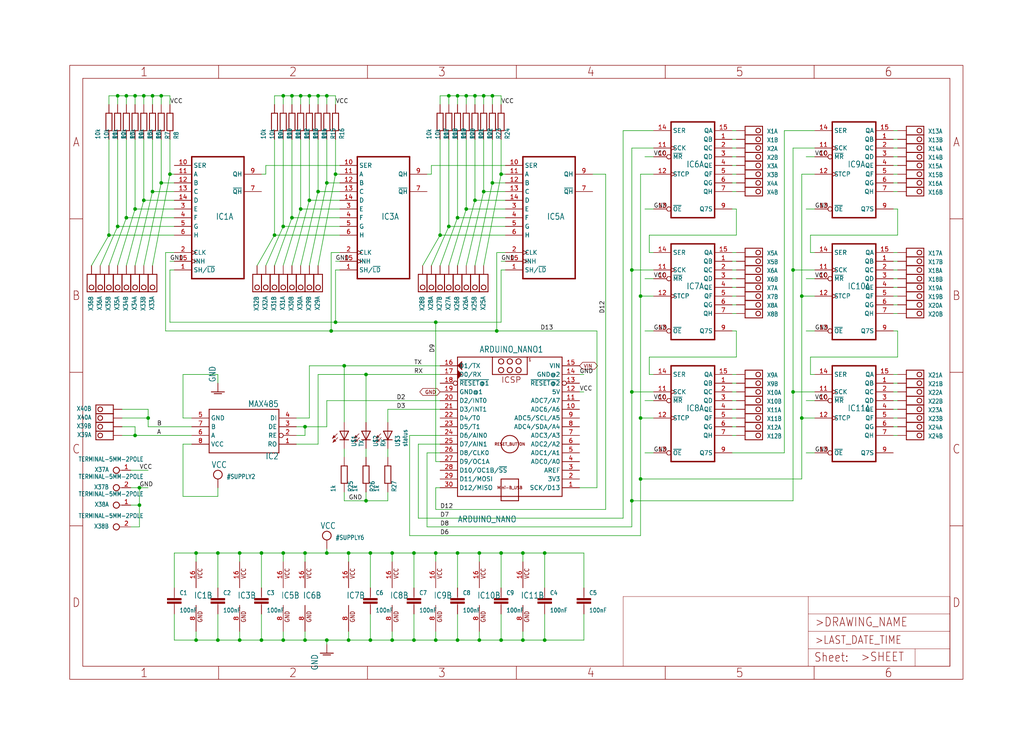
<source format=kicad_sch>
(kicad_sch (version 20211123) (generator eeschema)
  (paper "User" 298.45 217.881)
  (lib_symbols
    (symbol "Arduino-CMRI_SMD_v7_Nano-eagle-import:74165D"
      (property "Reference" "IC" (at -0.635 -0.635 0))
      (symbol "74165D_1_0"
        (pin input line (at -12.7 -15.24 0) (length 5.08) (name "SH/~{LD}") (number "1"))
        (pin input line (at -12.7 15.24 0) (length 5.08) (name "SER") (number "10"))
        (pin input line (at -12.7 12.7 0) (length 5.08) (name "A") (number "11"))
        (pin input line (at -12.7 10.16 0) (length 5.08) (name "B") (number "12"))
        (pin input line (at -12.7 7.62 0) (length 5.08) (name "C") (number "13"))
        (pin input line (at -12.7 5.08 0) (length 5.08) (name "D") (number "14"))
        (pin input clock (at -12.7 -12.7 0) (length 5.08) (name "INH") (number "15"))
        (pin input clock (at -12.7 -10.16 0) (length 5.08) (name "CLK") (number "2"))
        (pin input line (at -12.7 2.54 0) (length 5.08) (name "E") (number "3"))
        (pin input line (at -12.7 0 0) (length 5.08) (name "F") (number "4"))
        (pin input line (at -12.7 -2.54 0) (length 5.08) (name "G") (number "5"))
        (pin input line (at -12.7 -5.08 0) (length 5.08) (name "H") (number "6"))
        (pin output line (at 12.7 7.62 180) (length 5.08) (name "~{QH}") (number "7"))
        (pin output line (at 12.7 12.7 180) (length 5.08) (name "QH") (number "9"))
      )
      (symbol "74165D_2_0"
        (text "GND" (at 1.905 -7.62 900) (effects (font (size 1.27 1.0795)) (justify left bottom)))
        (text "VCC" (at 1.905 5.08 900) (effects (font (size 1.27 1.0795)) (justify left bottom)))
        (pin power_in line (at 0 10.16 270) (length 7.62) (name "VCC") (number "16"))
        (pin power_in line (at 0 -10.16 90) (length 7.62) (name "GND") (number "8"))
      )
    )
    (symbol "Arduino-CMRI_SMD_v7_Nano-eagle-import:74595D"
      (property "Reference" "IC" (at -0.635 -0.635 0))
      (symbol "74595D_1_0"
        (pin tri_state line (at 12.7 7.62 180) (length 5.08) (name "QB") (number "1"))
        (pin input inverted (at -10.16 2.54 0) (length 5.08) (name "~{MR}") (number "10"))
        (pin input clock (at -10.16 5.08 0) (length 5.08) (name "SCK") (number "11"))
        (pin input clock (at -10.16 -2.54 0) (length 5.08) (name "STCP") (number "12"))
        (pin input inverted (at -10.16 -12.7 0) (length 5.08) (name "~{OE}") (number "13"))
        (pin input line (at -10.16 10.16 0) (length 5.08) (name "SER") (number "14"))
        (pin tri_state line (at 12.7 10.16 180) (length 5.08) (name "QA") (number "15"))
        (pin tri_state line (at 12.7 5.08 180) (length 5.08) (name "QC") (number "2"))
        (pin tri_state line (at 12.7 2.54 180) (length 5.08) (name "QD") (number "3"))
        (pin tri_state line (at 12.7 0 180) (length 5.08) (name "QE") (number "4"))
        (pin tri_state line (at 12.7 -2.54 180) (length 5.08) (name "QF") (number "5"))
        (pin tri_state line (at 12.7 -5.08 180) (length 5.08) (name "QG") (number "6"))
        (pin tri_state line (at 12.7 -7.62 180) (length 5.08) (name "QH") (number "7"))
        (pin tri_state line (at 12.7 -12.7 180) (length 5.08) (name "Q7S") (number "9"))
      )
      (symbol "74595D_2_0"
        (text "GND" (at 1.905 -7.62 900) (effects (font (size 1.27 1.0795)) (justify left bottom)))
        (text "VCC" (at 1.905 5.08 900) (effects (font (size 1.27 1.0795)) (justify left bottom)))
        (pin power_in line (at 0 10.16 270) (length 7.62) (name "VCC") (number "16"))
        (pin power_in line (at 0 -10.16 90) (length 7.62) (name "GND") (number "8"))
      )
    )
    (symbol "Arduino-CMRI_SMD_v7_Nano-eagle-import:A4L-LOC"
      (symbol "A4L-LOC_1_0"
        (text "1" (at 21.6958 1.905 0) (effects (font (size 2.54 2.286))))
        (text "1" (at 21.6958 177.165 0) (effects (font (size 2.54 2.286))))
        (text "2" (at 65.0875 1.905 0) (effects (font (size 2.54 2.286))))
        (text "2" (at 65.0875 177.165 0) (effects (font (size 2.54 2.286))))
        (text "3" (at 108.4792 1.905 0) (effects (font (size 2.54 2.286))))
        (text "3" (at 108.4792 177.165 0) (effects (font (size 2.54 2.286))))
        (text "4" (at 151.8708 1.905 0) (effects (font (size 2.54 2.286))))
        (text "4" (at 151.8708 177.165 0) (effects (font (size 2.54 2.286))))
        (text "5" (at 195.2625 1.905 0) (effects (font (size 2.54 2.286))))
        (text "5" (at 195.2625 177.165 0) (effects (font (size 2.54 2.286))))
        (text "6" (at 238.6542 1.905 0) (effects (font (size 2.54 2.286))))
        (text "6" (at 238.6542 177.165 0) (effects (font (size 2.54 2.286))))
        (text ">DRAWING_NAME" (at 217.17 15.24 0) (effects (font (size 2.54 2.159)) (justify left bottom)))
        (text ">LAST_DATE_TIME" (at 217.17 10.16 0) (effects (font (size 2.286 1.9431)) (justify left bottom)))
        (text ">SHEET" (at 230.505 5.08 0) (effects (font (size 2.54 2.159)) (justify left bottom)))
        (text "A" (at 1.905 156.6863 0) (effects (font (size 2.54 2.286))))
        (text "A" (at 258.445 156.6863 0) (effects (font (size 2.54 2.286))))
        (text "B" (at 1.905 111.9188 0) (effects (font (size 2.54 2.286))))
        (text "B" (at 258.445 111.9188 0) (effects (font (size 2.54 2.286))))
        (text "C" (at 1.905 67.1513 0) (effects (font (size 2.54 2.286))))
        (text "C" (at 258.445 67.1513 0) (effects (font (size 2.54 2.286))))
        (text "D" (at 1.905 22.3838 0) (effects (font (size 2.54 2.286))))
        (text "D" (at 258.445 22.3838 0) (effects (font (size 2.54 2.286))))
        (text "Sheet:" (at 216.916 4.953 0) (effects (font (size 2.54 2.159)) (justify left bottom)))
      )
    )
    (symbol "Arduino-CMRI_SMD_v7_Nano-eagle-import:ARDUINO_NANO"
      (property "Reference" "ARDUINO_NANO" (at -15.24 -20.32 0))
      (property "Value" "ARDUINO_NANO" (at -15.24 -22.86 0))
      (symbol "ARDUINO_NANO_1_0"
        (text "1" (at 6.35 24.13 0) (effects (font (size 0.8128 0.8128)) (justify right bottom)))
        (text "ICSP" (at -2.54 17.78 0) (effects (font (size 1.6764 1.6764)) (justify left bottom)))
        (text "Mini-B_USB" (at 0 -12.7 0) (effects (font (size 0.8128 0.8128))))
        (text "RESET_BUTTON" (at 0 0 0) (effects (font (size 0.8128 0.8128))))
        (pin bidirectional line (at 20.32 -12.7 180) (length 5.08) (name "SCK/D13") (number "1"))
        (pin bidirectional line (at 20.32 10.16 180) (length 5.08) (name "ADC6/A6") (number "10"))
        (pin bidirectional line (at 20.32 12.7 180) (length 5.08) (name "ADC7/A7") (number "11"))
        (pin power_in line (at 20.32 15.24 180) (length 5.08) (name "5V") (number "12"))
        (pin input inverted (at 20.32 17.78 180) (length 5.08) (name "~{RESET@2}") (number "13"))
        (pin power_in line (at 20.32 20.32 180) (length 5.08) (name "GND@2") (number "14"))
        (pin power_in line (at 20.32 22.86 180) (length 5.08) (name "VIN") (number "15"))
        (pin bidirectional line (at -20.32 22.86 0) (length 5.08) (name "D1/TX") (number "16"))
        (pin bidirectional line (at -20.32 20.32 0) (length 5.08) (name "D0/RX") (number "17"))
        (pin input inverted (at -20.32 17.78 0) (length 5.08) (name "~{RESET@1}") (number "18"))
        (pin power_in line (at -20.32 15.24 0) (length 5.08) (name "GND@1") (number "19"))
        (pin output line (at 20.32 -10.16 180) (length 5.08) (name "3V3") (number "2"))
        (pin bidirectional line (at -20.32 12.7 0) (length 5.08) (name "D2/INT0") (number "20"))
        (pin bidirectional line (at -20.32 10.16 0) (length 5.08) (name "D3/INT1") (number "21"))
        (pin bidirectional line (at -20.32 7.62 0) (length 5.08) (name "D4/T0") (number "22"))
        (pin bidirectional line (at -20.32 5.08 0) (length 5.08) (name "D5/T1") (number "23"))
        (pin bidirectional line (at -20.32 2.54 0) (length 5.08) (name "D6/AIN0") (number "24"))
        (pin bidirectional line (at -20.32 0 0) (length 5.08) (name "D7/AIN1") (number "25"))
        (pin bidirectional line (at -20.32 -2.54 0) (length 5.08) (name "D8/CLK0") (number "26"))
        (pin bidirectional line (at -20.32 -5.08 0) (length 5.08) (name "D9/OC1A") (number "27"))
        (pin bidirectional line (at -20.32 -7.62 0) (length 5.08) (name "D10/OC1B/~{SS}") (number "28"))
        (pin bidirectional line (at -20.32 -10.16 0) (length 5.08) (name "D11/MOSI") (number "29"))
        (pin input line (at 20.32 -7.62 180) (length 5.08) (name "AREF") (number "3"))
        (pin bidirectional line (at -20.32 -12.7 0) (length 5.08) (name "D12/MISO") (number "30"))
        (pin bidirectional line (at 20.32 -5.08 180) (length 5.08) (name "ADC0/A0") (number "4"))
        (pin bidirectional line (at 20.32 -2.54 180) (length 5.08) (name "ADC1/A1") (number "5"))
        (pin bidirectional line (at 20.32 0 180) (length 5.08) (name "ADC2/A2") (number "6"))
        (pin bidirectional line (at 20.32 2.54 180) (length 5.08) (name "ADC3/A3") (number "7"))
        (pin bidirectional line (at 20.32 5.08 180) (length 5.08) (name "ADC4/SDA/A4") (number "8"))
        (pin bidirectional line (at 20.32 7.62 180) (length 5.08) (name "ADC5/SCL/A5") (number "9"))
      )
    )
    (symbol "Arduino-CMRI_SMD_v7_Nano-eagle-import:CERAMIC-CAP"
      (property "Reference" "C" (at 1.524 0.381 0))
      (property "Value" "CERAMIC-CAP" (at 1.524 -4.699 0))
      (symbol "CERAMIC-CAP_1_0"
        (pin passive line (at 0 -5.08 90) (length 2.54) (name "P$1") (number "1"))
        (pin passive line (at 0 2.54 270) (length 2.54) (name "P$2") (number "2"))
      )
    )
    (symbol "Arduino-CMRI_SMD_v7_Nano-eagle-import:GND" (power)
      (property "Value" "GND" (at -2.54 -5.08 90))
      (symbol "GND_1_0"
        (pin power_in line (at 0 2.54 270) (length 2.54) (name "GND") (number "1"))
      )
    )
    (symbol "Arduino-CMRI_SMD_v7_Nano-eagle-import:LED-0603CHIPLED_0603_V1"
      (property "Value" "LED-0603CHIPLED_0603_V1" (at 5.715 -4.572 90))
      (symbol "LED-0603CHIPLED_0603_V1_1_0"
        (pin passive line (at 0 2.54 270) (length 2.54) (name "A") (number "A"))
        (pin passive line (at 0 -5.08 90) (length 2.54) (name "C") (number "C"))
      )
    )
    (symbol "Arduino-CMRI_SMD_v7_Nano-eagle-import:MAX485"
      (property "Reference" "IC" (at -10.16 7.62 0))
      (property "Value" "MAX485" (at -10.16 -7.62 0))
      (symbol "MAX485_1_0"
        (pin bidirectional line (at -15.24 5.08 0) (length 5.08) (name "RO") (number "1"))
        (pin bidirectional inverted (at -15.24 2.54 0) (length 5.08) (name "RE") (number "2"))
        (pin bidirectional line (at -15.24 0 0) (length 5.08) (name "DE") (number "3"))
        (pin bidirectional line (at -15.24 -2.54 0) (length 5.08) (name "DI") (number "4"))
        (pin bidirectional line (at 15.24 -2.54 180) (length 5.08) (name "GND") (number "5"))
        (pin bidirectional line (at 15.24 2.54 180) (length 5.08) (name "A") (number "6"))
        (pin bidirectional line (at 15.24 0 180) (length 5.08) (name "B") (number "7"))
        (pin bidirectional line (at 15.24 5.08 180) (length 5.08) (name "VCC") (number "8"))
      )
    )
    (symbol "Arduino-CMRI_SMD_v7_Nano-eagle-import:RESISTOR-SMD-1206"
      (property "Reference" "R" (at -5.08 -2.54 0))
      (property "Value" "RESISTOR-SMD-1206" (at -5.08 2.54 0))
      (symbol "RESISTOR-SMD-1206_1_0"
        (pin passive line (at -5.08 0 0) (length 2.54) (name "1") (number "1"))
        (pin passive line (at 5.08 0 180) (length 2.54) (name "2") (number "2"))
      )
    )
    (symbol "Arduino-CMRI_SMD_v7_Nano-eagle-import:TERMINAL-5MM-2POLE"
      (property "Reference" "X" (at -1.27 0.889 0))
      (property "Value" "TERMINAL-5MM-2POLE" (at -10.16 2.54 0))
      (symbol "TERMINAL-5MM-2POLE_1_0"
        (pin passive line (at 5.08 0 180) (length 2.54) (name "P$1") (number "1"))
      )
      (symbol "TERMINAL-5MM-2POLE_2_0"
        (pin passive line (at 5.08 0 180) (length 2.54) (name "P$2") (number "2"))
      )
    )
    (symbol "Arduino-CMRI_SMD_v7_Nano-eagle-import:TERMINAL_2P_3,5MM_V2"
      (property "Reference" "X" (at 6.35 -0.889 0))
      (symbol "TERMINAL_2P_3,5MM_V2_1_0"
        (pin passive line (at -2.54 0 0) (length 2.54) (name "K") (number "P$1"))
      )
      (symbol "TERMINAL_2P_3,5MM_V2_2_0"
        (pin passive line (at -2.54 0 0) (length 2.54) (name "K") (number "P$2"))
      )
    )
    (symbol "Arduino-CMRI_SMD_v7_Nano-eagle-import:VCC" (power)
      (property "Reference" "#SUPPLY" (at 2.54 0 0))
      (property "Value" "VCC" (at -1.905 3.175 0))
      (symbol "VCC_1_0"
        (pin power_in line (at 0 -2.54 90) (length 2.54) (name "VCC") (number "1"))
      )
    )
  )
  (junction (at 130.81 27.94))
  (junction (at 69.85 186.69))
  (junction (at 34.29 27.94))
  (junction (at 127 93.98))
  (junction (at 92.71 27.94))
  (junction (at 82.55 161.29))
  (junction (at 138.43 58.42))
  (junction (at 143.51 27.94))
  (junction (at 231.14 114.3))
  (junction (at 120.65 186.69))
  (junction (at 87.63 27.94))
  (junction (at 135.89 60.96))
  (junction (at 90.17 58.42))
  (junction (at 231.14 78.74))
  (junction (at 97.79 50.8))
  (junction (at 107.95 186.69))
  (junction (at 97.79 93.98))
  (junction (at 85.09 63.5))
  (junction (at 96.52 96.52))
  (junction (at 107.95 161.29))
  (junction (at 34.29 66.04))
  (junction (at 186.69 86.36))
  (junction (at 138.43 27.94))
  (junction (at 135.89 27.94))
  (junction (at 88.9 124.46))
  (junction (at 146.05 186.69))
  (junction (at 39.37 127))
  (junction (at 158.75 161.29))
  (junction (at 95.25 53.34))
  (junction (at 127 161.29))
  (junction (at 133.35 63.5))
  (junction (at 139.7 161.29))
  (junction (at 186.69 121.92))
  (junction (at 128.27 68.58))
  (junction (at 95.25 27.94))
  (junction (at 85.09 27.94))
  (junction (at 133.35 27.94))
  (junction (at 133.35 186.69))
  (junction (at 80.01 68.58))
  (junction (at 40.64 147.32))
  (junction (at 143.51 53.34))
  (junction (at 95.25 161.29))
  (junction (at 100.33 106.68))
  (junction (at 146.05 50.8))
  (junction (at 233.68 86.36))
  (junction (at 36.83 27.94))
  (junction (at 76.2 161.29))
  (junction (at 88.9 186.69))
  (junction (at 87.63 60.96))
  (junction (at 46.99 27.94))
  (junction (at 144.78 96.52))
  (junction (at 44.45 27.94))
  (junction (at 69.85 161.29))
  (junction (at 43.18 121.92))
  (junction (at 130.81 66.04))
  (junction (at 140.97 55.88))
  (junction (at 133.35 161.29))
  (junction (at 95.25 186.69))
  (junction (at 44.45 55.88))
  (junction (at 139.7 186.69))
  (junction (at 120.65 161.29))
  (junction (at 114.3 161.29))
  (junction (at 82.55 27.94))
  (junction (at 146.05 161.29))
  (junction (at 31.75 68.58))
  (junction (at 57.15 186.69))
  (junction (at 184.15 78.74))
  (junction (at 101.6 161.29))
  (junction (at 46.99 53.34))
  (junction (at 127 186.69))
  (junction (at 39.37 60.96))
  (junction (at 184.15 114.3))
  (junction (at 184.15 146.05))
  (junction (at 41.91 27.94))
  (junction (at 152.4 186.69))
  (junction (at 152.4 161.29))
  (junction (at 140.97 27.94))
  (junction (at 88.9 161.29))
  (junction (at 106.68 146.05))
  (junction (at 106.68 109.22))
  (junction (at 82.55 186.69))
  (junction (at 101.6 186.69))
  (junction (at 40.64 142.24))
  (junction (at 233.68 121.92))
  (junction (at 49.53 50.8))
  (junction (at 158.75 186.69))
  (junction (at 92.71 55.88))
  (junction (at 186.69 139.7))
  (junction (at 76.2 186.69))
  (junction (at 41.91 58.42))
  (junction (at 57.15 161.29))
  (junction (at 36.83 63.5))
  (junction (at 63.5 161.29))
  (junction (at 114.3 186.69))
  (junction (at 90.17 27.94))
  (junction (at 63.5 186.69))
  (junction (at 82.55 66.04))
  (junction (at 39.37 27.94))
  (wire (pts (xy 146.05 50.8) (xy 147.32 50.8)))
  (wire (pts (xy 127 184.15) (xy 127 186.69)))
  (wire (pts (xy 189.23 109.22) (xy 190.5 109.22)))
  (wire (pts (xy 101.6 186.69) (xy 95.25 186.69)))
  (wire (pts (xy 120.65 186.69) (xy 120.65 179.07)))
  (wire (pts (xy 63.5 111.76) (xy 63.5 109.22)))
  (wire (pts (xy 146.05 186.69) (xy 146.05 179.07)))
  (wire (pts (xy 260.35 73.66) (xy 261.62 73.66)))
  (wire (pts (xy 228.6 38.1) (xy 237.49 38.1)))
  (wire (pts (xy 88.9 124.46) (xy 88.9 127)))
  (wire (pts (xy 186.69 121.92) (xy 186.69 139.7)))
  (wire (pts (xy 114.3 161.29) (xy 120.65 161.29)))
  (wire (pts (xy 152.4 161.29) (xy 152.4 163.83)))
  (wire (pts (xy 114.3 184.15) (xy 114.3 186.69)))
  (wire (pts (xy 34.29 27.94) (xy 36.83 27.94)))
  (wire (pts (xy 48.26 73.66) (xy 48.26 96.52)))
  (wire (pts (xy 135.89 27.94) (xy 135.89 30.48)))
  (wire (pts (xy 90.17 121.92) (xy 86.36 121.92)))
  (wire (pts (xy 69.85 186.69) (xy 76.2 186.69)))
  (wire (pts (xy 130.81 27.94) (xy 130.81 30.48)))
  (wire (pts (xy 63.5 186.69) (xy 57.15 186.69)))
  (wire (pts (xy 50.8 73.66) (xy 48.26 73.66)))
  (wire (pts (xy 213.36 60.96) (xy 214.63 60.96)))
  (wire (pts (xy 138.43 27.94) (xy 138.43 30.48)))
  (wire (pts (xy 46.99 53.34) (xy 50.8 53.34)))
  (wire (pts (xy 87.63 60.96) (xy 82.55 77.47)))
  (wire (pts (xy 97.79 50.8) (xy 99.06 50.8)))
  (wire (pts (xy 213.36 78.74) (xy 214.63 78.74)))
  (wire (pts (xy 123.19 77.47) (xy 128.27 68.58)))
  (wire (pts (xy 184.15 78.74) (xy 184.15 43.18)))
  (wire (pts (xy 53.34 121.92) (xy 55.88 121.92)))
  (wire (pts (xy 184.15 114.3) (xy 190.5 114.3)))
  (wire (pts (xy 152.4 161.29) (xy 158.75 161.29)))
  (wire (pts (xy 143.51 40.64) (xy 143.51 53.34)))
  (wire (pts (xy 233.68 139.7) (xy 233.68 121.92)))
  (wire (pts (xy 55.88 127) (xy 39.37 127)))
  (wire (pts (xy 213.36 53.34) (xy 214.63 53.34)))
  (wire (pts (xy 40.64 147.32) (xy 40.64 153.67)))
  (wire (pts (xy 88.9 161.29) (xy 95.25 161.29)))
  (wire (pts (xy 107.95 179.07) (xy 107.95 186.69)))
  (wire (pts (xy 133.35 27.94) (xy 135.89 27.94)))
  (wire (pts (xy 46.99 27.94) (xy 46.99 30.48)))
  (wire (pts (xy 48.26 96.52) (xy 96.52 96.52)))
  (wire (pts (xy 100.33 130.81) (xy 100.33 133.35)))
  (wire (pts (xy 231.14 114.3) (xy 231.14 146.05)))
  (wire (pts (xy 260.35 124.46) (xy 261.62 124.46)))
  (wire (pts (xy 92.71 55.88) (xy 99.06 55.88)))
  (wire (pts (xy 31.75 68.58) (xy 26.67 77.47)))
  (wire (pts (xy 186.69 86.36) (xy 186.69 121.92)))
  (wire (pts (xy 101.6 161.29) (xy 101.6 163.83)))
  (wire (pts (xy 125.73 48.26) (xy 147.32 48.26)))
  (wire (pts (xy 213.36 40.64) (xy 214.63 40.64)))
  (wire (pts (xy 140.97 27.94) (xy 143.51 27.94)))
  (wire (pts (xy 184.15 43.18) (xy 190.5 43.18)))
  (wire (pts (xy 213.36 43.18) (xy 214.63 43.18)))
  (wire (pts (xy 95.25 27.94) (xy 97.79 27.94)))
  (wire (pts (xy 213.36 119.38) (xy 214.63 119.38)))
  (wire (pts (xy 237.49 86.36) (xy 233.68 86.36)))
  (wire (pts (xy 261.62 60.96) (xy 261.62 68.58)))
  (wire (pts (xy 97.79 50.8) (xy 92.71 77.47)))
  (wire (pts (xy 127 134.62) (xy 127 93.98)))
  (wire (pts (xy 184.15 114.3) (xy 184.15 78.74)))
  (wire (pts (xy 88.9 127) (xy 86.36 127)))
  (wire (pts (xy 127 161.29) (xy 127 163.83)))
  (wire (pts (xy 261.62 104.14) (xy 236.22 104.14)))
  (wire (pts (xy 44.45 27.94) (xy 46.99 27.94)))
  (wire (pts (xy 80.01 40.64) (xy 80.01 68.58)))
  (wire (pts (xy 146.05 186.69) (xy 152.4 186.69)))
  (wire (pts (xy 190.5 96.52) (xy 187.96 96.52)))
  (wire (pts (xy 138.43 27.94) (xy 140.97 27.94)))
  (wire (pts (xy 39.37 27.94) (xy 41.91 27.94)))
  (wire (pts (xy 80.01 68.58) (xy 74.93 77.47)))
  (wire (pts (xy 41.91 40.64) (xy 41.91 58.42)))
  (wire (pts (xy 234.95 116.84) (xy 237.49 116.84)))
  (wire (pts (xy 36.83 63.5) (xy 50.8 63.5)))
  (wire (pts (xy 133.35 27.94) (xy 133.35 30.48)))
  (wire (pts (xy 125.73 50.8) (xy 125.73 48.26)))
  (wire (pts (xy 49.53 78.74) (xy 49.53 93.98)))
  (wire (pts (xy 237.49 78.74) (xy 231.14 78.74)))
  (wire (pts (xy 43.18 119.38) (xy 35.56 119.38)))
  (wire (pts (xy 213.36 73.66) (xy 214.63 73.66)))
  (wire (pts (xy 80.01 68.58) (xy 99.06 68.58)))
  (wire (pts (xy 234.95 45.72) (xy 237.49 45.72)))
  (wire (pts (xy 260.35 119.38) (xy 261.62 119.38)))
  (wire (pts (xy 170.18 161.29) (xy 170.18 171.45)))
  (wire (pts (xy 213.36 86.36) (xy 214.63 86.36)))
  (wire (pts (xy 57.15 161.29) (xy 57.15 163.83)))
  (wire (pts (xy 50.8 171.45) (xy 50.8 161.29)))
  (wire (pts (xy 236.22 104.14) (xy 236.22 109.22)))
  (wire (pts (xy 184.15 78.74) (xy 190.5 78.74)))
  (wire (pts (xy 130.81 66.04) (xy 147.32 66.04)))
  (wire (pts (xy 106.68 109.22) (xy 92.71 109.22)))
  (wire (pts (xy 213.36 48.26) (xy 214.63 48.26)))
  (wire (pts (xy 44.45 55.88) (xy 50.8 55.88)))
  (wire (pts (xy 43.18 124.46) (xy 55.88 124.46)))
  (wire (pts (xy 128.27 106.68) (xy 100.33 106.68)))
  (wire (pts (xy 114.3 186.69) (xy 120.65 186.69)))
  (wire (pts (xy 260.35 96.52) (xy 261.62 96.52)))
  (wire (pts (xy 130.81 40.64) (xy 130.81 66.04)))
  (wire (pts (xy 181.61 38.1) (xy 190.5 38.1)))
  (wire (pts (xy 87.63 40.64) (xy 87.63 60.96)))
  (wire (pts (xy 90.17 58.42) (xy 85.09 77.47)))
  (wire (pts (xy 82.55 40.64) (xy 82.55 66.04)))
  (wire (pts (xy 31.75 40.64) (xy 31.75 68.58)))
  (wire (pts (xy 106.68 130.81) (xy 106.68 133.35)))
  (wire (pts (xy 214.63 104.14) (xy 189.23 104.14)))
  (wire (pts (xy 213.36 109.22) (xy 214.63 109.22)))
  (wire (pts (xy 101.6 161.29) (xy 107.95 161.29)))
  (wire (pts (xy 95.25 186.69) (xy 95.25 187.96)))
  (wire (pts (xy 184.15 146.05) (xy 184.15 114.3)))
  (wire (pts (xy 260.35 114.3) (xy 261.62 114.3)))
  (wire (pts (xy 190.5 132.08) (xy 187.96 132.08)))
  (wire (pts (xy 50.8 186.69) (xy 50.8 179.07)))
  (wire (pts (xy 82.55 161.29) (xy 88.9 161.29)))
  (wire (pts (xy 144.78 73.66) (xy 144.78 96.52)))
  (wire (pts (xy 53.34 109.22) (xy 53.34 121.92)))
  (wire (pts (xy 186.69 86.36) (xy 190.5 86.36)))
  (wire (pts (xy 213.36 45.72) (xy 214.63 45.72)))
  (wire (pts (xy 92.71 129.54) (xy 86.36 129.54)))
  (wire (pts (xy 95.25 27.94) (xy 95.25 30.48)))
  (wire (pts (xy 85.09 27.94) (xy 87.63 27.94)))
  (wire (pts (xy 146.05 40.64) (xy 146.05 50.8)))
  (wire (pts (xy 107.95 186.69) (xy 114.3 186.69)))
  (wire (pts (xy 140.97 27.94) (xy 140.97 30.48)))
  (wire (pts (xy 144.78 73.66) (xy 147.32 73.66)))
  (wire (pts (xy 189.23 68.58) (xy 189.23 73.66)))
  (wire (pts (xy 152.4 186.69) (xy 152.4 184.15)))
  (wire (pts (xy 135.89 60.96) (xy 147.32 60.96)))
  (wire (pts (xy 213.36 127) (xy 214.63 127)))
  (wire (pts (xy 260.35 50.8) (xy 261.62 50.8)))
  (wire (pts (xy 36.83 63.5) (xy 31.75 77.47)))
  (wire (pts (xy 128.27 40.64) (xy 128.27 68.58)))
  (wire (pts (xy 127 148.59) (xy 127 142.24)))
  (wire (pts (xy 128.27 68.58) (xy 147.32 68.58)))
  (wire (pts (xy 38.1 137.16) (xy 43.18 137.16)))
  (wire (pts (xy 260.35 76.2) (xy 261.62 76.2)))
  (wire (pts (xy 124.46 132.08) (xy 128.27 132.08)))
  (wire (pts (xy 99.06 73.66) (xy 96.52 73.66)))
  (wire (pts (xy 88.9 184.15) (xy 88.9 186.69)))
  (wire (pts (xy 31.75 27.94) (xy 34.29 27.94)))
  (wire (pts (xy 173.99 142.24) (xy 168.91 142.24)))
  (wire (pts (xy 260.35 88.9) (xy 261.62 88.9)))
  (wire (pts (xy 106.68 146.05) (xy 100.33 146.05)))
  (wire (pts (xy 181.61 151.13) (xy 181.61 38.1)))
  (wire (pts (xy 236.22 109.22) (xy 237.49 109.22)))
  (wire (pts (xy 187.96 81.28) (xy 190.5 81.28)))
  (wire (pts (xy 39.37 60.96) (xy 50.8 60.96)))
  (wire (pts (xy 133.35 63.5) (xy 147.32 63.5)))
  (wire (pts (xy 213.36 38.1) (xy 214.63 38.1)))
  (wire (pts (xy 214.63 96.52) (xy 214.63 104.14)))
  (wire (pts (xy 133.35 40.64) (xy 133.35 63.5)))
  (wire (pts (xy 76.2 171.45) (xy 76.2 161.29)))
  (wire (pts (xy 237.49 43.18) (xy 231.14 43.18)))
  (wire (pts (xy 138.43 77.47) (xy 143.51 53.34)))
  (wire (pts (xy 49.53 50.8) (xy 50.8 50.8)))
  (wire (pts (xy 40.64 153.67) (xy 38.1 153.67)))
  (wire (pts (xy 77.47 48.26) (xy 99.06 48.26)))
  (wire (pts (xy 124.46 153.67) (xy 124.46 132.08)))
  (wire (pts (xy 133.35 161.29) (xy 139.7 161.29)))
  (wire (pts (xy 133.35 186.69) (xy 127 186.69)))
  (wire (pts (xy 260.35 111.76) (xy 261.62 111.76)))
  (wire (pts (xy 146.05 161.29) (xy 146.05 171.45)))
  (wire (pts (xy 92.71 27.94) (xy 92.71 30.48)))
  (wire (pts (xy 168.91 114.3) (xy 170.18 114.3)))
  (wire (pts (xy 76.2 186.69) (xy 76.2 179.07)))
  (wire (pts (xy 213.36 124.46) (xy 214.63 124.46)))
  (wire (pts (xy 44.45 55.88) (xy 39.37 77.47)))
  (wire (pts (xy 127 142.24) (xy 128.27 142.24)))
  (wire (pts (xy 69.85 161.29) (xy 69.85 163.83)))
  (wire (pts (xy 40.64 147.32) (xy 38.1 147.32)))
  (wire (pts (xy 184.15 153.67) (xy 184.15 146.05)))
  (wire (pts (xy 97.79 93.98) (xy 127 93.98)))
  (wire (pts (xy 213.36 76.2) (xy 214.63 76.2)))
  (wire (pts (xy 113.03 143.51) (xy 113.03 146.05)))
  (wire (pts (xy 57.15 186.69) (xy 50.8 186.69)))
  (wire (pts (xy 82.55 27.94) (xy 85.09 27.94)))
  (wire (pts (xy 39.37 40.64) (xy 39.37 60.96)))
  (wire (pts (xy 261.62 68.58) (xy 236.22 68.58)))
  (wire (pts (xy 130.81 27.94) (xy 133.35 27.94)))
  (wire (pts (xy 97.79 27.94) (xy 97.79 30.48)))
  (wire (pts (xy 57.15 184.15) (xy 57.15 186.69)))
  (wire (pts (xy 260.35 43.18) (xy 261.62 43.18)))
  (wire (pts (xy 127 186.69) (xy 120.65 186.69)))
  (wire (pts (xy 146.05 93.98) (xy 146.05 78.74)))
  (wire (pts (xy 113.03 146.05) (xy 106.68 146.05)))
  (wire (pts (xy 41.91 58.42) (xy 50.8 58.42)))
  (wire (pts (xy 135.89 27.94) (xy 138.43 27.94)))
  (wire (pts (xy 63.5 161.29) (xy 69.85 161.29)))
  (wire (pts (xy 213.36 81.28) (xy 214.63 81.28)))
  (wire (pts (xy 236.22 73.66) (xy 237.49 73.66)))
  (wire (pts (xy 100.33 143.51) (xy 100.33 146.05)))
  (wire (pts (xy 260.35 53.34) (xy 261.62 53.34)))
  (wire (pts (xy 231.14 78.74) (xy 231.14 114.3)))
  (wire (pts (xy 43.18 121.92) (xy 43.18 124.46)))
  (wire (pts (xy 128.27 77.47) (xy 133.35 63.5)))
  (wire (pts (xy 49.53 27.94) (xy 49.53 30.48)))
  (wire (pts (xy 95.25 40.64) (xy 95.25 53.34)))
  (wire (pts (xy 49.53 93.98) (xy 97.79 93.98)))
  (wire (pts (xy 231.14 146.05) (xy 184.15 146.05)))
  (wire (pts (xy 95.25 116.84) (xy 95.25 124.46)))
  (wire (pts (xy 85.09 63.5) (xy 99.06 63.5)))
  (wire (pts (xy 158.75 186.69) (xy 170.18 186.69)))
  (wire (pts (xy 213.36 116.84) (xy 214.63 116.84)))
  (wire (pts (xy 82.55 186.69) (xy 76.2 186.69)))
  (wire (pts (xy 95.25 124.46) (xy 88.9 124.46)))
  (wire (pts (xy 82.55 66.04) (xy 99.06 66.04)))
  (wire (pts (xy 41.91 27.94) (xy 41.91 30.48)))
  (wire (pts (xy 128.27 27.94) (xy 130.81 27.94)))
  (wire (pts (xy 39.37 124.46) (xy 35.56 124.46)))
  (wire (pts (xy 95.25 161.29) (xy 101.6 161.29)))
  (wire (pts (xy 69.85 184.15) (xy 69.85 186.69)))
  (wire (pts (xy 133.35 77.47) (xy 138.43 58.42)))
  (wire (pts (xy 187.96 60.96) (xy 190.5 60.96)))
  (wire (pts (xy 138.43 58.42) (xy 147.32 58.42)))
  (wire (pts (xy 128.27 119.38) (xy 113.03 119.38)))
  (wire (pts (xy 260.35 60.96) (xy 261.62 60.96)))
  (wire (pts (xy 187.96 45.72) (xy 190.5 45.72)))
  (wire (pts (xy 213.36 50.8) (xy 214.63 50.8)))
  (wire (pts (xy 41.91 27.94) (xy 44.45 27.94)))
  (wire (pts (xy 50.8 161.29) (xy 57.15 161.29)))
  (wire (pts (xy 82.55 184.15) (xy 82.55 186.69)))
  (wire (pts (xy 158.75 186.69) (xy 158.75 179.07)))
  (wire (pts (xy 106.68 143.51) (xy 106.68 146.05)))
  (wire (pts (xy 38.1 142.24) (xy 40.64 142.24)))
  (wire (pts (xy 120.65 171.45) (xy 120.65 161.29)))
  (wire (pts (xy 186.69 139.7) (xy 233.68 139.7)))
  (wire (pts (xy 121.92 151.13) (xy 181.61 151.13)))
  (wire (pts (xy 95.25 161.29) (xy 95.25 160.02)))
  (wire (pts (xy 31.75 27.94) (xy 31.75 30.48)))
  (wire (pts (xy 140.97 55.88) (xy 147.32 55.88)))
  (wire (pts (xy 214.63 68.58) (xy 189.23 68.58)))
  (wire (pts (xy 140.97 40.64) (xy 140.97 55.88)))
  (wire (pts (xy 228.6 132.08) (xy 228.6 38.1)))
  (wire (pts (xy 36.83 27.94) (xy 36.83 30.48)))
  (wire (pts (xy 107.95 186.69) (xy 101.6 186.69)))
  (wire (pts (xy 39.37 127) (xy 39.37 124.46)))
  (wire (pts (xy 63.5 142.24) (xy 63.5 144.78)))
  (wire (pts (xy 44.45 27.94) (xy 44.45 30.48)))
  (wire (pts (xy 213.36 96.52) (xy 214.63 96.52)))
  (wire (pts (xy 82.55 66.04) (xy 77.47 77.47)))
  (wire (pts (xy 44.45 40.64) (xy 44.45 55.88)))
  (wire (pts (xy 76.2 161.29) (xy 82.55 161.29)))
  (wire (pts (xy 92.71 109.22) (xy 92.71 129.54)))
  (wire (pts (xy 170.18 186.69) (xy 170.18 179.07)))
  (wire (pts (xy 43.18 121.92) (xy 35.56 121.92)))
  (wire (pts (xy 133.35 179.07) (xy 133.35 186.69)))
  (wire (pts (xy 92.71 40.64) (xy 92.71 55.88)))
  (wire (pts (xy 213.36 121.92) (xy 214.63 121.92)))
  (wire (pts (xy 233.68 86.36) (xy 233.68 50.8)))
  (wire (pts (xy 260.35 116.84) (xy 261.62 116.84)))
  (wire (pts (xy 97.79 40.64) (xy 97.79 50.8)))
  (wire (pts (xy 31.75 68.58) (xy 50.8 68.58)))
  (wire (pts (xy 189.23 104.14) (xy 189.23 109.22)))
  (wire (pts (xy 34.29 27.94) (xy 34.29 30.48)))
  (wire (pts (xy 87.63 27.94) (xy 87.63 30.48)))
  (wire (pts (xy 90.17 40.64) (xy 90.17 58.42)))
  (wire (pts (xy 76.2 50.8) (xy 77.47 50.8)))
  (wire (pts (xy 101.6 184.15) (xy 101.6 186.69)))
  (wire (pts (xy 107.95 161.29) (xy 107.95 171.45)))
  (wire (pts (xy 34.29 66.04) (xy 50.8 66.04)))
  (wire (pts (xy 130.81 77.47) (xy 135.89 60.96)))
  (wire (pts (xy 124.46 50.8) (xy 125.73 50.8)))
  (wire (pts (xy 46.99 40.64) (xy 46.99 53.34)))
  (wire (pts (xy 99.06 78.74) (xy 97.79 78.74)))
  (wire (pts (xy 146.05 78.74) (xy 147.32 78.74)))
  (wire (pts (xy 36.83 27.94) (xy 39.37 27.94)))
  (wire (pts (xy 168.91 109.22) (xy 170.18 109.22)))
  (wire (pts (xy 106.68 109.22) (xy 106.68 123.19)))
  (wire (pts (xy 237.49 114.3) (xy 231.14 114.3)))
  (wire (pts (xy 49.53 50.8) (xy 44.45 77.47)))
  (wire (pts (xy 143.51 27.94) (xy 146.05 27.94)))
  (wire (pts (xy 41.91 58.42) (xy 36.83 77.47)))
  (wire (pts (xy 36.83 40.64) (xy 36.83 63.5)))
  (wire (pts (xy 260.35 40.64) (xy 261.62 40.64)))
  (wire (pts (xy 233.68 50.8) (xy 237.49 50.8)))
  (wire (pts (xy 133.35 161.29) (xy 133.35 171.45)))
  (wire (pts (xy 176.53 148.59) (xy 127 148.59)))
  (wire (pts (xy 63.5 109.22) (xy 53.34 109.22)))
  (wire (pts (xy 87.63 60.96) (xy 99.06 60.96)))
  (wire (pts (xy 95.25 53.34) (xy 99.06 53.34)))
  (wire (pts (xy 213.36 91.44) (xy 214.63 91.44)))
  (wire (pts (xy 121.92 151.13) (xy 121.92 129.54)))
  (wire (pts (xy 147.32 76.2) (xy 146.05 76.2)))
  (wire (pts (xy 40.64 142.24) (xy 43.18 142.24)))
  (wire (pts (xy 86.36 124.46) (xy 88.9 124.46)))
  (wire (pts (xy 82.55 161.29) (xy 82.55 163.83)))
  (wire (pts (xy 107.95 161.29) (xy 114.3 161.29)))
  (wire (pts (xy 127 93.98) (xy 146.05 93.98)))
  (wire (pts (xy 138.43 40.64) (xy 138.43 58.42)))
  (wire (pts (xy 88.9 161.29) (xy 88.9 163.83)))
  (wire (pts (xy 237.49 121.92) (xy 233.68 121.92)))
  (wire (pts (xy 119.38 127) (xy 128.27 127)))
  (wire (pts (xy 189.23 73.66) (xy 190.5 73.66)))
  (wire (pts (xy 53.34 144.78) (xy 53.34 129.54)))
  (wire (pts (xy 46.99 27.94) (xy 49.53 27.94)))
  (wire (pts (xy 63.5 144.78) (xy 53.34 144.78)))
  (wire (pts (xy 176.53 148.59) (xy 176.53 50.8)))
  (wire (pts (xy 140.97 77.47) (xy 146.05 50.8)))
  (wire (pts (xy 39.37 27.94) (xy 39.37 30.48)))
  (wire (pts (xy 139.7 161.29) (xy 139.7 163.83)))
  (wire (pts (xy 237.49 132.08) (xy 234.95 132.08)))
  (wire (pts (xy 237.49 60.96) (xy 234.95 60.96)))
  (wire (pts (xy 186.69 50.8) (xy 186.69 86.36)))
  (wire (pts (xy 77.47 50.8) (xy 77.47 48.26)))
  (wire (pts (xy 158.75 161.29) (xy 158.75 171.45)))
  (wire (pts (xy 119.38 156.21) (xy 119.38 127)))
  (wire (pts (xy 213.36 83.82) (xy 214.63 83.82)))
  (wire (pts (xy 186.69 156.21) (xy 186.69 139.7)))
  (wire (pts (xy 87.63 27.94) (xy 90.17 27.94)))
  (wire (pts (xy 260.35 121.92) (xy 261.62 121.92)))
  (wire (pts (xy 152.4 186.69) (xy 158.75 186.69)))
  (wire (pts (xy 34.29 66.04) (xy 29.21 77.47)))
  (wire (pts (xy 260.35 91.44) (xy 261.62 91.44)))
  (wire (pts (xy 127 161.29) (xy 133.35 161.29)))
  (wire (pts (xy 50.8 76.2) (xy 49.53 76.2)))
  (wire (pts (xy 236.22 68.58) (xy 236.22 73.66)))
  (wire (pts (xy 46.99 53.34) (xy 41.91 77.47)))
  (wire (pts (xy 233.68 121.92) (xy 233.68 86.36)))
  (wire (pts (xy 88.9 186.69) (xy 95.25 186.69)))
  (wire (pts (xy 90.17 106.68) (xy 90.17 121.92)))
  (wire (pts (xy 144.78 96.52) (xy 173.99 96.52)))
  (wire (pts (xy 40.64 142.24) (xy 40.64 147.32)))
  (wire (pts (xy 128.27 116.84) (xy 95.25 116.84)))
  (wire (pts (xy 139.7 161.29) (xy 146.05 161.29)))
  (wire (pts (xy 231.14 43.18) (xy 231.14 78.74)))
  (wire (pts (xy 100.33 106.68) (xy 100.33 123.19)))
  (wire (pts (xy 63.5 161.29) (xy 63.5 171.45)))
  (wire (pts (xy 69.85 161.29) (xy 76.2 161.29)))
  (wire (pts (xy 39.37 60.96) (xy 34.29 77.47)))
  (wire (pts (xy 260.35 81.28) (xy 261.62 81.28)))
  (wire (pts (xy 214.63 60.96) (xy 214.63 68.58)))
  (wire (pts (xy 139.7 186.69) (xy 146.05 186.69)))
  (wire (pts (xy 213.36 132.08) (xy 228.6 132.08)))
  (wire (pts (xy 260.35 48.26) (xy 261.62 48.26)))
  (wire (pts (xy 260.35 83.82) (xy 261.62 83.82)))
  (wire (pts (xy 39.37 127) (xy 35.56 127)))
  (wire (pts (xy 80.01 27.94) (xy 82.55 27.94)))
  (wire (pts (xy 124.46 153.67) (xy 184.15 153.67)))
  (wire (pts (xy 119.38 156.21) (xy 186.69 156.21)))
  (wire (pts (xy 213.36 114.3) (xy 214.63 114.3)))
  (wire (pts (xy 146.05 27.94) (xy 146.05 30.48)))
  (wire (pts (xy 113.03 119.38) (xy 113.03 123.19)))
  (wire (pts (xy 43.18 121.92) (xy 43.18 119.38)))
  (wire (pts (xy 97.79 78.74) (xy 97.79 93.98)))
  (wire (pts (xy 260.35 86.36) (xy 261.62 86.36)))
  (wire (pts (xy 113.03 130.81) (xy 113.03 133.35)))
  (wire (pts (xy 127 134.62) (xy 128.27 134.62)))
  (wire (pts (xy 173.99 142.24) (xy 173.99 96.52)))
  (wire (pts (xy 143.51 53.34) (xy 147.32 53.34)))
  (wire (pts (xy 100.33 106.68) (xy 90.17 106.68)))
  (wire (pts (xy 90.17 27.94) (xy 90.17 30.48)))
  (wire (pts (xy 213.36 88.9) (xy 214.63 88.9)))
  (wire (pts (xy 260.35 78.74) (xy 261.62 78.74)))
  (wire (pts (xy 57.15 161.29) (xy 63.5 161.29)))
  (wire (pts (xy 146.05 161.29) (xy 152.4 161.29)))
  (wire (pts (xy 49.53 40.64) (xy 49.53 50.8)))
  (wire (pts (xy 88.9 186.69) (xy 82.55 186.69)))
  (wire (pts (xy 260.35 127) (xy 261.62 127)))
  (wire (pts (xy 125.73 77.47) (xy 130.81 66.04)))
  (wire (pts (xy 260.35 45.72) (xy 261.62 45.72)))
  (wire (pts (xy 114.3 161.29) (xy 114.3 163.83)))
  (wire (pts (xy 90.17 27.94) (xy 92.71 27.94)))
  (wire (pts (xy 50.8 78.74) (xy 49.53 78.74)))
  (wire (pts (xy 139.7 186.69) (xy 139.7 184.15)))
  (wire (pts (xy 99.06 76.2) (xy 97.79 76.2)))
  (wire (pts (xy 143.51 27.94) (xy 143.51 30.48)))
  (wire (pts (xy 176.53 50.8) (xy 172.72 50.8)))
  (wire (pts (xy 96.52 96.52) (xy 144.78 96.52)))
  (wire (pts (xy 135.89 40.64) (xy 135.89 60.96)))
  (wire (pts (xy 158.75 161.29) (xy 170.18 161.29)))
  (wire (pts (xy 187.96 116.84) (xy 190.5 116.84)))
  (wire (pts (xy 186.69 50.8) (xy 190.5 50.8)))
  (wire (pts (xy 90.17 58.42) (xy 99.06 58.42)))
  (wire (pts (xy 92.71 27.94) (xy 95.25 27.94)))
  (wire (pts (xy 53.34 129.54) (xy 55.88 129.54)))
  (wire (pts (xy 34.29 40.64) (xy 34.29 66.04)))
  (wire (pts (xy 80.01 27.94) (xy 80.01 30.48)))
  (wire (pts (xy 213.36 55.88) (xy 214.63 55.88)))
  (wire (pts (xy 120.65 161.29) (xy 127 161.29)))
  (wire (pts (xy 128.27 27.94) (xy 128.27 30.48)))
  (wire (pts (xy 260.35 109.22) (xy 261.62 109.22)))
  (wire (pts (xy 95.25 53.34) (xy 90.17 77.47)))
  (wire (pts (xy 133.35 186.69) (xy 139.7 186.69)))
  (wire (pts (xy 85.09 40.64) (xy 85.09 63.5)))
  (wire (pts (xy 96.52 73.66) (xy 96.52 96.52)))
  (wire (pts (xy 85.09 63.5) (xy 80.01 77.47)))
  (wire (pts (xy 135.89 77.47) (xy 140.97 55.88)))
  (wire (pts (xy 85.09 27.94) (xy 85.09 30.48)))
  (wire (pts (xy 234.95 81.28) (xy 237.49 81.28)))
  (wire (pts (xy 121.92 129.54) (xy 128.27 129.54)))
  (wire (pts (xy 63.5 186.69) (xy 69.85 186.69)))
  (wire (pts (xy 213.36 111.76) (xy 214.63 111.76)))
  (wire (pts (xy 82.55 27.94) (xy 82.55 30.48)))
  (wire (pts (xy 63.5 179.07) (xy 63.5 186.69)))
  (wire (pts (xy 92.71 55.88) (xy 87.63 77.47)))
  (wire (pts (xy 261.62 96.52) (xy 261.62 104.14)))
  (wire (pts (xy 186.69 121.92) (xy 190.5 121.92)))
  (wire (pts (xy 128.27 109.22) (xy 106.68 109.22)))
  (wire (pts (xy 260.35 38.1) (xy 261.62 38.1)))
  (wire (pts (xy 237.49 96.52) (xy 234.95 96.52)))
  (wire (pts (xy 260.35 55.88) (xy 261.62 55.88)))
  (label "D7" (at 128.27 151.13 0) (effects (font (size 1.2446 1.2446))))
  (label "D2" (at 115.57 116.84 0) (effects (font (size 1.2446 1.2446))))
  (label "VCC" (at 190.5 81.28 0) (effects (font (size 1.2446 1.2446))))
  (label "A" (at 45.72 127 0) (effects (font (size 1.2446 1.2446))))
  (label "GND" (at 49.53 76.2 0) (effects (font (size 1.2446 1.2446))))
  (label "GND" (at 190.5 132.08 0) (effects (font (size 1.2446 1.2446))))
  (label "VCC" (at 190.5 116.84 0) (effects (font (size 1.2446 1.2446))))
  (label "GND" (at 40.64 142.24 0) (effects (font (size 1.2446 1.2446))))
  (label "VCC" (at 190.5 45.72 0) (effects (font (size 1.2446 1.2446))))
  (label "VCC" (at 146.05 30.48 0) (effects (font (size 1.2446 1.2446))))
  (label "D9" (at 127 102.87 90) (effects (font (size 1.2446 1.2446))))
  (label "GND" (at 97.79 76.2 0) (effects (font (size 1.2446 1.2446))))
  (label "D6" (at 128.27 156.21 0) (effects (font (size 1.2446 1.2446))))
  (label "TX" (at 120.65 106.68 0) (effects (font (size 1.2446 1.2446))))
  (label "GND" (at 101.6 146.05 0) (effects (font (size 1.2446 1.2446))))
  (label "GND" (at 237.49 60.96 0) (effects (font (size 1.2446 1.2446))))
  (label "B" (at 45.72 124.46 0) (effects (font (size 1.2446 1.2446))))
  (label "VCC" (at 40.64 137.16 0) (effects (font (size 1.2446 1.2446))))
  (label "D8" (at 128.27 153.67 0) (effects (font (size 1.2446 1.2446))))
  (label "D12" (at 176.53 91.44 90) (effects (font (size 1.2446 1.2446))))
  (label "D13" (at 157.48 96.52 0) (effects (font (size 1.2446 1.2446))))
  (label "D12" (at 128.27 148.59 0) (effects (font (size 1.2446 1.2446))))
  (label "VCC" (at 237.49 116.84 0) (effects (font (size 1.2446 1.2446))))
  (label "VCC" (at 237.49 45.72 0) (effects (font (size 1.2446 1.2446))))
  (label "VCC" (at 97.79 30.48 0) (effects (font (size 1.2446 1.2446))))
  (label "GND" (at 190.5 96.52 0) (effects (font (size 1.2446 1.2446))))
  (label "GND" (at 237.49 96.52 0) (effects (font (size 1.2446 1.2446))))
  (label "GND" (at 190.5 60.96 0) (effects (font (size 1.2446 1.2446))))
  (label "GND" (at 168.91 109.22 0) (effects (font (size 1.2446 1.2446))))
  (label "RX" (at 120.65 109.22 0) (effects (font (size 1.2446 1.2446))))
  (label "GND" (at 237.49 132.08 0) (effects (font (size 1.2446 1.2446))))
  (label "D3" (at 115.57 119.38 0) (effects (font (size 1.2446 1.2446))))
  (label "VCC" (at 49.53 30.48 0) (effects (font (size 1.2446 1.2446))))
  (label "VCC" (at 237.49 81.28 0) (effects (font (size 1.2446 1.2446))))
  (label "GND" (at 146.05 76.2 0) (effects (font (size 1.2446 1.2446))))
  (label "VCC" (at 168.91 114.3 0) (effects (font (size 1.2446 1.2446))))
  (global_label "VIN" (shape bidirectional) (at 168.91 106.68 0) (effects (font (size 1.016 1.016))) (property "Intersheet References" "${INTERSHEET_REFS}" (effects hide)))
  (global_label "GND" (shape bidirectional) (at 128.27 114.3 180) (effects (font (size 1.016 1.016))) (property "Intersheet References" "${INTERSHEET_REFS}" (effects hide)))
  (symbol (lib_id "Arduino-CMRI_SMD_v7_Nano-eagle-import:TERMINAL-5MM-2POLE") (at 33.02 142.24 0) (unit 2)
    (property "Reference" "X37" (at 31.75 141.351 0) (effects (font (size 1.27 1.0795)) (justify right top)))
    (property "Value" "TERMINAL-5MM-2POLE" (at 22.86 139.7 0) (effects (font (size 1.27 1.0795)) (justify left bottom)))
    (property "Footprint" "Arduino-CMRI_SMD_v7_Nano:W237-132" (effects hide))
  )
  (symbol (lib_id "Arduino-CMRI_SMD_v7_Nano-eagle-import:TERMINAL_2P_3,5MM_V2") (at 74.93 80.01 270) (unit 2)
    (property "Reference" "X32" (at 74.041 86.36 0) (effects (font (size 1.27 1.0795)) (justify left bottom)))
    (property "Value" "TERMINAL_2P_3,5MM_V2" (effects hide))
    (property "Footprint" "Arduino-CMRI_SMD_v7_Nano:TERMINAL_2P_3,5MM" (effects hide))
  )
  (symbol (lib_id "Arduino-CMRI_SMD_v7_Nano-eagle-import:LED-0603CHIPLED_0603_V1") (at 113.03 125.73 0) (unit 1)
    (property "Reference" "U$3" (at 116.586 130.302 90) (effects (font (size 1.27 1.0795)) (justify left bottom)))
    (property "Value" "status" (at 118.745 130.302 90) (effects (font (size 1.27 1.0795)) (justify left bottom)))
    (property "Footprint" "Arduino-CMRI_SMD_v7_Nano:CHIPLED_0603" (effects hide))
  )
  (symbol (lib_id "Arduino-CMRI_SMD_v7_Nano-eagle-import:A4L-LOC") (at 20.32 198.12 0) (unit 1)
    (property "Reference" "#FRAME1" (effects hide))
    (property "Value" "A4L-LOC" (effects hide))
    (property "Footprint" "Arduino-CMRI_SMD_v7_Nano:" (effects hide))
  )
  (symbol (lib_id "Arduino-CMRI_SMD_v7_Nano-eagle-import:74165D") (at 82.55 173.99 0) (unit 2)
    (property "Reference" "IC5" (at 81.915 174.625 0) (effects (font (size 1.778 1.5113)) (justify left bottom)))
    (property "Value" "74165D" (effects hide))
    (property "Footprint" "Arduino-CMRI_SMD_v7_Nano:SO16" (effects hide))
  )
  (symbol (lib_id "Arduino-CMRI_SMD_v7_Nano-eagle-import:MAX485") (at 71.12 124.46 180) (unit 1)
    (property "Reference" "IC2" (at 81.28 132.08 0) (effects (font (size 1.778 1.5113)) (justify left bottom)))
    (property "Value" "MAX485" (at 81.28 116.84 0) (effects (font (size 1.778 1.5113)) (justify left bottom)))
    (property "Footprint" "Arduino-CMRI_SMD_v7_Nano:SO08" (effects hide))
  )
  (symbol (lib_id "Arduino-CMRI_SMD_v7_Nano-eagle-import:RESISTOR-SMD-1206") (at 95.25 35.56 90) (unit 1)
    (property "Reference" "R15" (at 97.79 40.64 0) (effects (font (size 1.27 1.0795)) (justify left bottom)))
    (property "Value" "10k" (at 92.71 40.64 0) (effects (font (size 1.27 1.0795)) (justify left bottom)))
    (property "Footprint" "Arduino-CMRI_SMD_v7_Nano:R1206W" (effects hide))
  )
  (symbol (lib_id "Arduino-CMRI_SMD_v7_Nano-eagle-import:TERMINAL_2P_3,5MM_V2") (at 264.16 127 0) (unit 2)
    (property "Reference" "X24" (at 270.51 127.889 0) (effects (font (size 1.27 1.0795)) (justify left bottom)))
    (property "Value" "TERMINAL_2P_3,5MM_V2" (effects hide))
    (property "Footprint" "Arduino-CMRI_SMD_v7_Nano:TERMINAL_2P_3,5MM" (effects hide))
  )
  (symbol (lib_id "Arduino-CMRI_SMD_v7_Nano-eagle-import:74595D") (at 247.65 48.26 0) (unit 1)
    (property "Reference" "IC9" (at 247.015 48.895 0) (effects (font (size 1.778 1.5113)) (justify left bottom)))
    (property "Value" "74595D" (effects hide))
    (property "Footprint" "Arduino-CMRI_SMD_v7_Nano:SO16" (effects hide))
  )
  (symbol (lib_id "Arduino-CMRI_SMD_v7_Nano-eagle-import:TERMINAL_2P_3,5MM_V2") (at 264.16 86.36 0) (unit 2)
    (property "Reference" "X19" (at 270.51 87.249 0) (effects (font (size 1.27 1.0795)) (justify left bottom)))
    (property "Value" "TERMINAL_2P_3,5MM_V2" (effects hide))
    (property "Footprint" "Arduino-CMRI_SMD_v7_Nano:TERMINAL_2P_3,5MM" (effects hide))
  )
  (symbol (lib_id "Arduino-CMRI_SMD_v7_Nano-eagle-import:TERMINAL_2P_3,5MM_V2") (at 33.02 124.46 180) (unit 2)
    (property "Reference" "X39" (at 26.67 123.571 0) (effects (font (size 1.27 1.0795)) (justify left bottom)))
    (property "Value" "TERMINAL_2P_3,5MM_V2" (effects hide))
    (property "Footprint" "Arduino-CMRI_SMD_v7_Nano:TERMINAL_2P_3,5MM" (effects hide))
  )
  (symbol (lib_id "Arduino-CMRI_SMD_v7_Nano-eagle-import:TERMINAL_2P_3,5MM_V2") (at 264.16 91.44 0) (unit 2)
    (property "Reference" "X20" (at 270.51 92.329 0) (effects (font (size 1.27 1.0795)) (justify left bottom)))
    (property "Value" "TERMINAL_2P_3,5MM_V2" (effects hide))
    (property "Footprint" "Arduino-CMRI_SMD_v7_Nano:TERMINAL_2P_3,5MM" (effects hide))
  )
  (symbol (lib_id "Arduino-CMRI_SMD_v7_Nano-eagle-import:GND") (at 63.5 114.3 0) (unit 1)
    (property "Reference" "#GND4" (effects hide))
    (property "Value" "GND" (at 60.96 106.68 90) (effects (font (size 1.778 1.5113)) (justify right top)))
    (property "Footprint" "Arduino-CMRI_SMD_v7_Nano:" (effects hide))
  )
  (symbol (lib_id "Arduino-CMRI_SMD_v7_Nano-eagle-import:CERAMIC-CAP") (at 50.8 173.99 0) (unit 1)
    (property "Reference" "C1" (at 52.324 173.609 0) (effects (font (size 1.27 1.0795)) (justify left bottom)))
    (property "Value" "100nF" (at 52.324 178.689 0) (effects (font (size 1.27 1.0795)) (justify left bottom)))
    (property "Footprint" "Arduino-CMRI_SMD_v7_Nano:1206" (effects hide))
  )
  (symbol (lib_id "Arduino-CMRI_SMD_v7_Nano-eagle-import:RESISTOR-SMD-1206") (at 135.89 35.56 90) (unit 1)
    (property "Reference" "R20" (at 138.43 40.64 0) (effects (font (size 1.27 1.0795)) (justify left bottom)))
    (property "Value" "10k" (at 133.35 40.64 0) (effects (font (size 1.27 1.0795)) (justify left bottom)))
    (property "Footprint" "Arduino-CMRI_SMD_v7_Nano:R1206W" (effects hide))
  )
  (symbol (lib_id "Arduino-CMRI_SMD_v7_Nano-eagle-import:TERMINAL_2P_3,5MM_V2") (at 217.17 78.74 0) (unit 1)
    (property "Reference" "X6" (at 223.52 79.629 0) (effects (font (size 1.27 1.0795)) (justify left bottom)))
    (property "Value" "TERMINAL_2P_3,5MM_V2" (effects hide))
    (property "Footprint" "Arduino-CMRI_SMD_v7_Nano:TERMINAL_2P_3,5MM" (effects hide))
  )
  (symbol (lib_id "Arduino-CMRI_SMD_v7_Nano-eagle-import:RESISTOR-SMD-1206") (at 100.33 138.43 90) (unit 1)
    (property "Reference" "R25" (at 102.87 143.51 0) (effects (font (size 1.27 1.0795)) (justify left bottom)))
    (property "Value" "1k" (at 97.79 143.51 0) (effects (font (size 1.27 1.0795)) (justify left bottom)))
    (property "Footprint" "Arduino-CMRI_SMD_v7_Nano:R1206W" (effects hide))
  )
  (symbol (lib_id "Arduino-CMRI_SMD_v7_Nano-eagle-import:TERMINAL_2P_3,5MM_V2") (at 217.17 73.66 0) (unit 1)
    (property "Reference" "X5" (at 223.52 74.549 0) (effects (font (size 1.27 1.0795)) (justify left bottom)))
    (property "Value" "TERMINAL_2P_3,5MM_V2" (effects hide))
    (property "Footprint" "Arduino-CMRI_SMD_v7_Nano:TERMINAL_2P_3,5MM" (effects hide))
  )
  (symbol (lib_id "Arduino-CMRI_SMD_v7_Nano-eagle-import:RESISTOR-SMD-1206") (at 90.17 35.56 90) (unit 1)
    (property "Reference" "R13" (at 92.71 40.64 0) (effects (font (size 1.27 1.0795)) (justify left bottom)))
    (property "Value" "10k" (at 87.63 40.64 0) (effects (font (size 1.27 1.0795)) (justify left bottom)))
    (property "Footprint" "Arduino-CMRI_SMD_v7_Nano:R1206W" (effects hide))
  )
  (symbol (lib_id "Arduino-CMRI_SMD_v7_Nano-eagle-import:74595D") (at 200.66 119.38 0) (unit 1)
    (property "Reference" "IC8" (at 200.025 120.015 0) (effects (font (size 1.778 1.5113)) (justify left bottom)))
    (property "Value" "74595D" (effects hide))
    (property "Footprint" "Arduino-CMRI_SMD_v7_Nano:SO16" (effects hide))
  )
  (symbol (lib_id "Arduino-CMRI_SMD_v7_Nano-eagle-import:74595D") (at 114.3 173.99 0) (unit 2)
    (property "Reference" "IC8" (at 113.665 174.625 0) (effects (font (size 1.778 1.5113)) (justify left bottom)))
    (property "Value" "74595D" (effects hide))
    (property "Footprint" "Arduino-CMRI_SMD_v7_Nano:SO16" (effects hide))
  )
  (symbol (lib_id "Arduino-CMRI_SMD_v7_Nano-eagle-import:74595D") (at 152.4 173.99 0) (unit 2)
    (property "Reference" "IC11" (at 151.765 174.625 0) (effects (font (size 1.778 1.5113)) (justify left bottom)))
    (property "Value" "74595D" (effects hide))
    (property "Footprint" "Arduino-CMRI_SMD_v7_Nano:SO16" (effects hide))
  )
  (symbol (lib_id "Arduino-CMRI_SMD_v7_Nano-eagle-import:TERMINAL_2P_3,5MM_V2") (at 217.17 114.3 0) (unit 1)
    (property "Reference" "X10" (at 223.52 115.189 0) (effects (font (size 1.27 1.0795)) (justify left bottom)))
    (property "Value" "TERMINAL_2P_3,5MM_V2" (effects hide))
    (property "Footprint" "Arduino-CMRI_SMD_v7_Nano:TERMINAL_2P_3,5MM" (effects hide))
  )
  (symbol (lib_id "Arduino-CMRI_SMD_v7_Nano-eagle-import:TERMINAL_2P_3,5MM_V2") (at 138.43 80.01 270) (unit 2)
    (property "Reference" "X25" (at 137.541 86.36 0) (effects (font (size 1.27 1.0795)) (justify left bottom)))
    (property "Value" "TERMINAL_2P_3,5MM_V2" (effects hide))
    (property "Footprint" "Arduino-CMRI_SMD_v7_Nano:TERMINAL_2P_3,5MM" (effects hide))
  )
  (symbol (lib_id "Arduino-CMRI_SMD_v7_Nano-eagle-import:TERMINAL_2P_3,5MM_V2") (at 217.17 45.72 0) (unit 2)
    (property "Reference" "X2" (at 223.52 46.609 0) (effects (font (size 1.27 1.0795)) (justify left bottom)))
    (property "Value" "TERMINAL_2P_3,5MM_V2" (effects hide))
    (property "Footprint" "Arduino-CMRI_SMD_v7_Nano:TERMINAL_2P_3,5MM" (effects hide))
  )
  (symbol (lib_id "Arduino-CMRI_SMD_v7_Nano-eagle-import:TERMINAL_2P_3,5MM_V2") (at 217.17 81.28 0) (unit 2)
    (property "Reference" "X6" (at 223.52 82.169 0) (effects (font (size 1.27 1.0795)) (justify left bottom)))
    (property "Value" "TERMINAL_2P_3,5MM_V2" (effects hide))
    (property "Footprint" "Arduino-CMRI_SMD_v7_Nano:TERMINAL_2P_3,5MM" (effects hide))
  )
  (symbol (lib_id "Arduino-CMRI_SMD_v7_Nano-eagle-import:TERMINAL_2P_3,5MM_V2") (at 264.16 40.64 0) (unit 2)
    (property "Reference" "X13" (at 270.51 41.529 0) (effects (font (size 1.27 1.0795)) (justify left bottom)))
    (property "Value" "TERMINAL_2P_3,5MM_V2" (effects hide))
    (property "Footprint" "Arduino-CMRI_SMD_v7_Nano:TERMINAL_2P_3,5MM" (effects hide))
  )
  (symbol (lib_id "Arduino-CMRI_SMD_v7_Nano-eagle-import:TERMINAL_2P_3,5MM_V2") (at 264.16 76.2 0) (unit 2)
    (property "Reference" "X17" (at 270.51 77.089 0) (effects (font (size 1.27 1.0795)) (justify left bottom)))
    (property "Value" "TERMINAL_2P_3,5MM_V2" (effects hide))
    (property "Footprint" "Arduino-CMRI_SMD_v7_Nano:TERMINAL_2P_3,5MM" (effects hide))
  )
  (symbol (lib_id "Arduino-CMRI_SMD_v7_Nano-eagle-import:TERMINAL_2P_3,5MM_V2") (at 36.83 80.01 270) (unit 2)
    (property "Reference" "X34" (at 35.941 86.36 0) (effects (font (size 1.27 1.0795)) (justify left bottom)))
    (property "Value" "TERMINAL_2P_3,5MM_V2" (effects hide))
    (property "Footprint" "Arduino-CMRI_SMD_v7_Nano:TERMINAL_2P_3,5MM" (effects hide))
  )
  (symbol (lib_id "Arduino-CMRI_SMD_v7_Nano-eagle-import:74595D") (at 127 173.99 0) (unit 2)
    (property "Reference" "IC9" (at 126.365 174.625 0) (effects (font (size 1.778 1.5113)) (justify left bottom)))
    (property "Value" "74595D" (effects hide))
    (property "Footprint" "Arduino-CMRI_SMD_v7_Nano:SO16" (effects hide))
  )
  (symbol (lib_id "Arduino-CMRI_SMD_v7_Nano-eagle-import:TERMINAL_2P_3,5MM_V2") (at 264.16 109.22 0) (unit 1)
    (property "Reference" "X21" (at 270.51 110.109 0) (effects (font (size 1.27 1.0795)) (justify left bottom)))
    (property "Value" "TERMINAL_2P_3,5MM_V2" (effects hide))
    (property "Footprint" "Arduino-CMRI_SMD_v7_Nano:TERMINAL_2P_3,5MM" (effects hide))
  )
  (symbol (lib_id "Arduino-CMRI_SMD_v7_Nano-eagle-import:TERMINAL_2P_3,5MM_V2") (at 264.16 83.82 0) (unit 1)
    (property "Reference" "X19" (at 270.51 84.709 0) (effects (font (size 1.27 1.0795)) (justify left bottom)))
    (property "Value" "TERMINAL_2P_3,5MM_V2" (effects hide))
    (property "Footprint" "Arduino-CMRI_SMD_v7_Nano:TERMINAL_2P_3,5MM" (effects hide))
  )
  (symbol (lib_id "Arduino-CMRI_SMD_v7_Nano-eagle-import:TERMINAL_2P_3,5MM_V2") (at 29.21 80.01 270) (unit 1)
    (property "Reference" "X36" (at 28.321 86.36 0) (effects (font (size 1.27 1.0795)) (justify left bottom)))
    (property "Value" "TERMINAL_2P_3,5MM_V2" (effects hide))
    (property "Footprint" "Arduino-CMRI_SMD_v7_Nano:TERMINAL_2P_3,5MM" (effects hide))
  )
  (symbol (lib_id "Arduino-CMRI_SMD_v7_Nano-eagle-import:RESISTOR-SMD-1206") (at 92.71 35.56 90) (unit 1)
    (property "Reference" "R14" (at 95.25 40.64 0) (effects (font (size 1.27 1.0795)) (justify left bottom)))
    (property "Value" "10k" (at 90.17 40.64 0) (effects (font (size 1.27 1.0795)) (justify left bottom)))
    (property "Footprint" "Arduino-CMRI_SMD_v7_Nano:R1206W" (effects hide))
  )
  (symbol (lib_id "Arduino-CMRI_SMD_v7_Nano-eagle-import:TERMINAL_2P_3,5MM_V2") (at 87.63 80.01 270) (unit 1)
    (property "Reference" "X30" (at 86.741 86.36 0) (effects (font (size 1.27 1.0795)) (justify left bottom)))
    (property "Value" "TERMINAL_2P_3,5MM_V2" (effects hide))
    (property "Footprint" "Arduino-CMRI_SMD_v7_Nano:TERMINAL_2P_3,5MM" (effects hide))
  )
  (symbol (lib_id "Arduino-CMRI_SMD_v7_Nano-eagle-import:RESISTOR-SMD-1206") (at 143.51 35.56 90) (unit 1)
    (property "Reference" "R23" (at 146.05 40.64 0) (effects (font (size 1.27 1.0795)) (justify left bottom)))
    (property "Value" "10k" (at 140.97 40.64 0) (effects (font (size 1.27 1.0795)) (justify left bottom)))
    (property "Footprint" "Arduino-CMRI_SMD_v7_Nano:R1206W" (effects hide))
  )
  (symbol (lib_id "Arduino-CMRI_SMD_v7_Nano-eagle-import:TERMINAL_2P_3,5MM_V2") (at 140.97 80.01 270) (unit 1)
    (property "Reference" "X25" (at 140.081 86.36 0) (effects (font (size 1.27 1.0795)) (justify left bottom)))
    (property "Value" "TERMINAL_2P_3,5MM_V2" (effects hide))
    (property "Footprint" "Arduino-CMRI_SMD_v7_Nano:TERMINAL_2P_3,5MM" (effects hide))
  )
  (symbol (lib_id "Arduino-CMRI_SMD_v7_Nano-eagle-import:TERMINAL_2P_3,5MM_V2") (at 264.16 78.74 0) (unit 1)
    (property "Reference" "X18" (at 270.51 79.629 0) (effects (font (size 1.27 1.0795)) (justify left bottom)))
    (property "Value" "TERMINAL_2P_3,5MM_V2" (effects hide))
    (property "Footprint" "Arduino-CMRI_SMD_v7_Nano:TERMINAL_2P_3,5MM" (effects hide))
  )
  (symbol (lib_id "Arduino-CMRI_SMD_v7_Nano-eagle-import:TERMINAL_2P_3,5MM_V2") (at 217.17 38.1 0) (unit 1)
    (property "Reference" "X1" (at 223.52 38.989 0) (effects (font (size 1.27 1.0795)) (justify left bottom)))
    (property "Value" "TERMINAL_2P_3,5MM_V2" (effects hide))
    (property "Footprint" "Arduino-CMRI_SMD_v7_Nano:TERMINAL_2P_3,5MM" (effects hide))
  )
  (symbol (lib_id "Arduino-CMRI_SMD_v7_Nano-eagle-import:RESISTOR-SMD-1206") (at 140.97 35.56 90) (unit 1)
    (property "Reference" "R22" (at 143.51 40.64 0) (effects (font (size 1.27 1.0795)) (justify left bottom)))
    (property "Value" "10k" (at 138.43 40.64 0) (effects (font (size 1.27 1.0795)) (justify left bottom)))
    (property "Footprint" "Arduino-CMRI_SMD_v7_Nano:R1206W" (effects hide))
  )
  (symbol (lib_id "Arduino-CMRI_SMD_v7_Nano-eagle-import:RESISTOR-SMD-1206") (at 106.68 138.43 90) (unit 1)
    (property "Reference" "R26" (at 109.22 143.51 0) (effects (font (size 1.27 1.0795)) (justify left bottom)))
    (property "Value" "1k" (at 104.14 143.51 0) (effects (font (size 1.27 1.0795)) (justify left bottom)))
    (property "Footprint" "Arduino-CMRI_SMD_v7_Nano:R1206W" (effects hide))
  )
  (symbol (lib_id "Arduino-CMRI_SMD_v7_Nano-eagle-import:TERMINAL_2P_3,5MM_V2") (at 26.67 80.01 270) (unit 2)
    (property "Reference" "X36" (at 25.781 86.36 0) (effects (font (size 1.27 1.0795)) (justify left bottom)))
    (property "Value" "TERMINAL_2P_3,5MM_V2" (effects hide))
    (property "Footprint" "Arduino-CMRI_SMD_v7_Nano:TERMINAL_2P_3,5MM" (effects hide))
  )
  (symbol (lib_id "Arduino-CMRI_SMD_v7_Nano-eagle-import:TERMINAL_2P_3,5MM_V2") (at 264.16 119.38 0) (unit 1)
    (property "Reference" "X23" (at 270.51 120.269 0) (effects (font (size 1.27 1.0795)) (justify left bottom)))
    (property "Value" "TERMINAL_2P_3,5MM_V2" (effects hide))
    (property "Footprint" "Arduino-CMRI_SMD_v7_Nano:TERMINAL_2P_3,5MM" (effects hide))
  )
  (symbol (lib_id "Arduino-CMRI_SMD_v7_Nano-eagle-import:TERMINAL_2P_3,5MM_V2") (at 264.16 121.92 0) (unit 2)
    (property "Reference" "X23" (at 270.51 122.809 0) (effects (font (size 1.27 1.0795)) (justify left bottom)))
    (property "Value" "TERMINAL_2P_3,5MM_V2" (effects hide))
    (property "Footprint" "Arduino-CMRI_SMD_v7_Nano:TERMINAL_2P_3,5MM" (effects hide))
  )
  (symbol (lib_id "Arduino-CMRI_SMD_v7_Nano-eagle-import:RESISTOR-SMD-1206") (at 146.05 35.56 90) (unit 1)
    (property "Reference" "R24" (at 148.59 40.64 0) (effects (font (size 1.27 1.0795)) (justify left bottom)))
    (property "Value" "10k" (at 143.51 40.64 0) (effects (font (size 1.27 1.0795)) (justify left bottom)))
    (property "Footprint" "Arduino-CMRI_SMD_v7_Nano:R1206W" (effects hide))
  )
  (symbol (lib_id "Arduino-CMRI_SMD_v7_Nano-eagle-import:RESISTOR-SMD-1206") (at 80.01 35.56 90) (unit 1)
    (property "Reference" "R9" (at 82.55 40.64 0) (effects (font (size 1.27 1.0795)) (justify left bottom)))
    (property "Value" "10k" (at 77.47 40.64 0) (effects (font (size 1.27 1.0795)) (justify left bottom)))
    (property "Footprint" "Arduino-CMRI_SMD_v7_Nano:R1206W" (effects hide))
  )
  (symbol (lib_id "Arduino-CMRI_SMD_v7_Nano-eagle-import:TERMINAL-5MM-2POLE") (at 33.02 147.32 0) (unit 1)
    (property "Reference" "X38" (at 31.75 146.431 0) (effects (font (size 1.27 1.0795)) (justify right top)))
    (property "Value" "TERMINAL-5MM-2POLE" (at 22.86 144.78 0) (effects (font (size 1.27 1.0795)) (justify left bottom)))
    (property "Footprint" "Arduino-CMRI_SMD_v7_Nano:W237-132" (effects hide))
  )
  (symbol (lib_id "Arduino-CMRI_SMD_v7_Nano-eagle-import:TERMINAL_2P_3,5MM_V2") (at 80.01 80.01 270) (unit 2)
    (property "Reference" "X31" (at 79.121 86.36 0) (effects (font (size 1.27 1.0795)) (justify left bottom)))
    (property "Value" "TERMINAL_2P_3,5MM_V2" (effects hide))
    (property "Footprint" "Arduino-CMRI_SMD_v7_Nano:TERMINAL_2P_3,5MM" (effects hide))
  )
  (symbol (lib_id "Arduino-CMRI_SMD_v7_Nano-eagle-import:74595D") (at 88.9 173.99 0) (unit 2)
    (property "Reference" "IC6" (at 88.265 174.625 0) (effects (font (size 1.778 1.5113)) (justify left bottom)))
    (property "Value" "74595D" (effects hide))
    (property "Footprint" "Arduino-CMRI_SMD_v7_Nano:SO16" (effects hide))
  )
  (symbol (lib_id "Arduino-CMRI_SMD_v7_Nano-eagle-import:CERAMIC-CAP") (at 63.5 173.99 0) (unit 1)
    (property "Reference" "C2" (at 65.024 173.609 0) (effects (font (size 1.27 1.0795)) (justify left bottom)))
    (property "Value" "100nF" (at 65.024 178.689 0) (effects (font (size 1.27 1.0795)) (justify left bottom)))
    (property "Footprint" "Arduino-CMRI_SMD_v7_Nano:1206" (effects hide))
  )
  (symbol (lib_id "Arduino-CMRI_SMD_v7_Nano-eagle-import:TERMINAL_2P_3,5MM_V2") (at 217.17 116.84 0) (unit 2)
    (property "Reference" "X10" (at 223.52 117.729 0) (effects (font (size 1.27 1.0795)) (justify left bottom)))
    (property "Value" "TERMINAL_2P_3,5MM_V2" (effects hide))
    (property "Footprint" "Arduino-CMRI_SMD_v7_Nano:TERMINAL_2P_3,5MM" (effects hide))
  )
  (symbol (lib_id "Arduino-CMRI_SMD_v7_Nano-eagle-import:TERMINAL_2P_3,5MM_V2") (at 264.16 43.18 0) (unit 1)
    (property "Reference" "X14" (at 270.51 44.069 0) (effects (font (size 1.27 1.0795)) (justify left bottom)))
    (property "Value" "TERMINAL_2P_3,5MM_V2" (effects hide))
    (property "Footprint" "Arduino-CMRI_SMD_v7_Nano:TERMINAL_2P_3,5MM" (effects hide))
  )
  (symbol (lib_id "Arduino-CMRI_SMD_v7_Nano-eagle-import:GND") (at 95.25 190.5 0) (unit 1)
    (property "Reference" "#GND7" (effects hide))
    (property "Value" "GND" (at 92.71 195.58 90) (effects (font (size 1.778 1.5113)) (justify left bottom)))
    (property "Footprint" "Arduino-CMRI_SMD_v7_Nano:" (effects hide))
  )
  (symbol (lib_id "Arduino-CMRI_SMD_v7_Nano-eagle-import:TERMINAL_2P_3,5MM_V2") (at 264.16 55.88 0) (unit 2)
    (property "Reference" "X16" (at 270.51 56.769 0) (effects (font (size 1.27 1.0795)) (justify left bottom)))
    (property "Value" "TERMINAL_2P_3,5MM_V2" (effects hide))
    (property "Footprint" "Arduino-CMRI_SMD_v7_Nano:TERMINAL_2P_3,5MM" (effects hide))
  )
  (symbol (lib_id "Arduino-CMRI_SMD_v7_Nano-eagle-import:TERMINAL_2P_3,5MM_V2") (at 90.17 80.01 270) (unit 2)
    (property "Reference" "X29" (at 89.281 86.36 0) (effects (font (size 1.27 1.0795)) (justify left bottom)))
    (property "Value" "TERMINAL_2P_3,5MM_V2" (effects hide))
    (property "Footprint" "Arduino-CMRI_SMD_v7_Nano:TERMINAL_2P_3,5MM" (effects hide))
  )
  (symbol (lib_id "Arduino-CMRI_SMD_v7_Nano-eagle-import:RESISTOR-SMD-1206") (at 41.91 35.56 90) (unit 1)
    (property "Reference" "R5" (at 44.45 40.64 0) (effects (font (size 1.27 1.0795)) (justify left bottom)))
    (property "Value" "10k" (at 39.37 40.64 0) (effects (font (size 1.27 1.0795)) (justify left bottom)))
    (property "Footprint" "Arduino-CMRI_SMD_v7_Nano:R1206W" (effects hide))
  )
  (symbol (lib_id "Arduino-CMRI_SMD_v7_Nano-eagle-import:TERMINAL_2P_3,5MM_V2") (at 217.17 91.44 0) (unit 2)
    (property "Reference" "X8" (at 223.52 92.329 0) (effects (font (size 1.27 1.0795)) (justify left bottom)))
    (property "Value" "TERMINAL_2P_3,5MM_V2" (effects hide))
    (property "Footprint" "Arduino-CMRI_SMD_v7_Nano:TERMINAL_2P_3,5MM" (effects hide))
  )
  (symbol (lib_id "Arduino-CMRI_SMD_v7_Nano-eagle-import:TERMINAL_2P_3,5MM_V2") (at 217.17 40.64 0) (unit 2)
    (property "Reference" "X1" (at 223.52 41.529 0) (effects (font (size 1.27 1.0795)) (justify left bottom)))
    (property "Value" "TERMINAL_2P_3,5MM_V2" (effects hide))
    (property "Footprint" "Arduino-CMRI_SMD_v7_Nano:TERMINAL_2P_3,5MM" (effects hide))
  )
  (symbol (lib_id "Arduino-CMRI_SMD_v7_Nano-eagle-import:RESISTOR-SMD-1206") (at 133.35 35.56 90) (unit 1)
    (property "Reference" "R19" (at 135.89 40.64 0) (effects (font (size 1.27 1.0795)) (justify left bottom)))
    (property "Value" "10k" (at 130.81 40.64 0) (effects (font (size 1.27 1.0795)) (justify left bottom)))
    (property "Footprint" "Arduino-CMRI_SMD_v7_Nano:R1206W" (effects hide))
  )
  (symbol (lib_id "Arduino-CMRI_SMD_v7_Nano-eagle-import:TERMINAL_2P_3,5MM_V2") (at 217.17 109.22 0) (unit 1)
    (property "Reference" "X9" (at 223.52 110.109 0) (effects (font (size 1.27 1.0795)) (justify left bottom)))
    (property "Value" "TERMINAL_2P_3,5MM_V2" (effects hide))
    (property "Footprint" "Arduino-CMRI_SMD_v7_Nano:TERMINAL_2P_3,5MM" (effects hide))
  )
  (symbol (lib_id "Arduino-CMRI_SMD_v7_Nano-eagle-import:74595D") (at 200.66 83.82 0) (unit 1)
    (property "Reference" "IC7" (at 200.025 84.455 0) (effects (font (size 1.778 1.5113)) (justify left bottom)))
    (property "Value" "74595D" (effects hide))
    (property "Footprint" "Arduino-CMRI_SMD_v7_Nano:SO16" (effects hide))
  )
  (symbol (lib_id "Arduino-CMRI_SMD_v7_Nano-eagle-import:TERMINAL_2P_3,5MM_V2") (at 264.16 73.66 0) (unit 1)
    (property "Reference" "X17" (at 270.51 74.549 0) (effects (font (size 1.27 1.0795)) (justify left bottom)))
    (property "Value" "TERMINAL_2P_3,5MM_V2" (effects hide))
    (property "Footprint" "Arduino-CMRI_SMD_v7_Nano:TERMINAL_2P_3,5MM" (effects hide))
  )
  (symbol (lib_id "Arduino-CMRI_SMD_v7_Nano-eagle-import:TERMINAL_2P_3,5MM_V2") (at 217.17 111.76 0) (unit 2)
    (property "Reference" "X9" (at 223.52 112.649 0) (effects (font (size 1.27 1.0795)) (justify left bottom)))
    (property "Value" "TERMINAL_2P_3,5MM_V2" (effects hide))
    (property "Footprint" "Arduino-CMRI_SMD_v7_Nano:TERMINAL_2P_3,5MM" (effects hide))
  )
  (symbol (lib_id "Arduino-CMRI_SMD_v7_Nano-eagle-import:TERMINAL_2P_3,5MM_V2") (at 33.02 121.92 180) (unit 1)
    (property "Reference" "X40" (at 26.67 121.031 0) (effects (font (size 1.27 1.0795)) (justify left bottom)))
    (property "Value" "TERMINAL_2P_3,5MM_V2" (effects hide))
    (property "Footprint" "Arduino-CMRI_SMD_v7_Nano:TERMINAL_2P_3,5MM" (effects hide))
  )
  (symbol (lib_id "Arduino-CMRI_SMD_v7_Nano-eagle-import:74595D") (at 247.65 119.38 0) (unit 1)
    (property "Reference" "IC11" (at 247.015 120.015 0) (effects (font (size 1.778 1.5113)) (justify left bottom)))
    (property "Value" "74595D" (effects hide))
    (property "Footprint" "Arduino-CMRI_SMD_v7_Nano:SO16" (effects hide))
  )
  (symbol (lib_id "Arduino-CMRI_SMD_v7_Nano-eagle-import:TERMINAL_2P_3,5MM_V2") (at 264.16 38.1 0) (unit 1)
    (property "Reference" "X13" (at 270.51 38.989 0) (effects (font (size 1.27 1.0795)) (justify left bottom)))
    (property "Value" "TERMINAL_2P_3,5MM_V2" (effects hide))
    (property "Footprint" "Arduino-CMRI_SMD_v7_Nano:TERMINAL_2P_3,5MM" (effects hide))
  )
  (symbol (lib_id "Arduino-CMRI_SMD_v7_Nano-eagle-import:TERMINAL_2P_3,5MM_V2") (at 41.91 80.01 270) (unit 2)
    (property "Reference" "X33" (at 41.021 86.36 0) (effects (font (size 1.27 1.0795)) (justify left bottom)))
    (property "Value" "TERMINAL_2P_3,5MM_V2" (effects hide))
    (property "Footprint" "Arduino-CMRI_SMD_v7_Nano:TERMINAL_2P_3,5MM" (effects hide))
  )
  (symbol (lib_id "Arduino-CMRI_SMD_v7_Nano-eagle-import:TERMINAL_2P_3,5MM_V2") (at 264.16 81.28 0) (unit 2)
    (property "Reference" "X18" (at 270.51 82.169 0) (effects (font (size 1.27 1.0795)) (justify left bottom)))
    (property "Value" "TERMINAL_2P_3,5MM_V2" (effects hide))
    (property "Footprint" "Arduino-CMRI_SMD_v7_Nano:TERMINAL_2P_3,5MM" (effects hide))
  )
  (symbol (lib_id "Arduino-CMRI_SMD_v7_Nano-eagle-import:TERMINAL-5MM-2POLE") (at 33.02 153.67 0) (unit 2)
    (property "Reference" "X38" (at 31.75 152.781 0) (effects (font (size 1.27 1.0795)) (justify right top)))
    (property "Value" "TERMINAL-5MM-2POLE" (at 22.86 151.13 0) (effects (font (size 1.27 1.0795)) (justify left bottom)))
    (property "Footprint" "Arduino-CMRI_SMD_v7_Nano:W237-132" (effects hide))
  )
  (symbol (lib_id "Arduino-CMRI_SMD_v7_Nano-eagle-import:TERMINAL_2P_3,5MM_V2") (at 217.17 50.8 0) (unit 2)
    (property "Reference" "X3" (at 223.52 51.689 0) (effects (font (size 1.27 1.0795)) (justify left bottom)))
    (property "Value" "TERMINAL_2P_3,5MM_V2" (effects hide))
    (property "Footprint" "Arduino-CMRI_SMD_v7_Nano:TERMINAL_2P_3,5MM" (effects hide))
  )
  (symbol (lib_id "Arduino-CMRI_SMD_v7_Nano-eagle-import:TERMINAL_2P_3,5MM_V2") (at 33.02 127 180) (unit 1)
    (property "Reference" "X39" (at 26.67 126.111 0) (effects (font (size 1.27 1.0795)) (justify left bottom)))
    (property "Value" "TERMINAL_2P_3,5MM_V2" (effects hide))
    (property "Footprint" "Arduino-CMRI_SMD_v7_Nano:TERMINAL_2P_3,5MM" (effects hide))
  )
  (symbol (lib_id "Arduino-CMRI_SMD_v7_Nano-eagle-import:TERMINAL_2P_3,5MM_V2") (at 135.89 80.01 270) (unit 1)
    (property "Reference" "X26" (at 135.001 86.36 0) (effects (font (size 1.27 1.0795)) (justify left bottom)))
    (property "Value" "TERMINAL_2P_3,5MM_V2" (effects hide))
    (property "Footprint" "Arduino-CMRI_SMD_v7_Nano:TERMINAL_2P_3,5MM" (effects hide))
  )
  (symbol (lib_id "Arduino-CMRI_SMD_v7_Nano-eagle-import:TERMINAL_2P_3,5MM_V2") (at 34.29 80.01 270) (unit 1)
    (property "Reference" "X35" (at 33.401 86.36 0) (effects (font (size 1.27 1.0795)) (justify left bottom)))
    (property "Value" "TERMINAL_2P_3,5MM_V2" (effects hide))
    (property "Footprint" "Arduino-CMRI_SMD_v7_Nano:TERMINAL_2P_3,5MM" (effects hide))
  )
  (symbol (lib_id "Arduino-CMRI_SMD_v7_Nano-eagle-import:CERAMIC-CAP") (at 76.2 173.99 0) (unit 1)
    (property "Reference" "C3" (at 77.724 173.609 0) (effects (font (size 1.27 1.0795)) (justify left bottom)))
    (property "Value" "100nF" (at 77.724 178.689 0) (effects (font (size 1.27 1.0795)) (justify left bottom)))
    (property "Footprint" "Arduino-CMRI_SMD_v7_Nano:1206" (effects hide))
  )
  (symbol (lib_id "Arduino-CMRI_SMD_v7_Nano-eagle-import:TERMINAL_2P_3,5MM_V2") (at 217.17 127 0) (unit 2)
    (property "Reference" "X12" (at 223.52 127.889 0) (effects (font (size 1.27 1.0795)) (justify left bottom)))
    (property "Value" "TERMINAL_2P_3,5MM_V2" (effects hide))
    (property "Footprint" "Arduino-CMRI_SMD_v7_Nano:TERMINAL_2P_3,5MM" (effects hide))
  )
  (symbol (lib_id "Arduino-CMRI_SMD_v7_Nano-eagle-import:74595D") (at 247.65 83.82 0) (unit 1)
    (property "Reference" "IC10" (at 247.015 84.455 0) (effects (font (size 1.778 1.5113)) (justify left bottom)))
    (property "Value" "74595D" (effects hide))
    (property "Footprint" "Arduino-CMRI_SMD_v7_Nano:SO16" (effects hide))
  )
  (symbol (lib_id "Arduino-CMRI_SMD_v7_Nano-eagle-import:RESISTOR-SMD-1206") (at 39.37 35.56 90) (unit 1)
    (property "Reference" "R4" (at 41.91 40.64 0) (effects (font (size 1.27 1.0795)) (justify left bottom)))
    (property "Value" "10k" (at 36.83 40.64 0) (effects (font (size 1.27 1.0795)) (justify left bottom)))
    (property "Footprint" "Arduino-CMRI_SMD_v7_Nano:R1206W" (effects hide))
  )
  (symbol (lib_id "Arduino-CMRI_SMD_v7_Nano-eagle-import:74595D") (at 101.6 173.99 0) (unit 2)
    (property "Reference" "IC7" (at 100.965 174.625 0) (effects (font (size 1.778 1.5113)) (justify left bottom)))
    (property "Value" "74595D" (effects hide))
    (property "Footprint" "Arduino-CMRI_SMD_v7_Nano:SO16" (effects hide))
  )
  (symbol (lib_id "Arduino-CMRI_SMD_v7_Nano-eagle-import:TERMINAL_2P_3,5MM_V2") (at 264.16 48.26 0) (unit 1)
    (property "Reference" "X15" (at 270.51 49.149 0) (effects (font (size 1.27 1.0795)) (justify left bottom)))
    (property "Value" "TERMINAL_2P_3,5MM_V2" (effects hide))
    (property "Footprint" "Arduino-CMRI_SMD_v7_Nano:TERMINAL_2P_3,5MM" (effects hide))
  )
  (symbol (lib_id "Arduino-CMRI_SMD_v7_Nano-eagle-import:LED-0603CHIPLED_0603_V1") (at 100.33 125.73 0) (unit 1)
    (property "Reference" "U$1" (at 103.886 130.302 90) (effects (font (size 1.27 1.0795)) (justify left bottom)))
    (property "Value" "TX" (at 106.045 130.302 90) (effects (font (size 1.27 1.0795)) (justify left bottom)))
    (property "Footprint" "Arduino-CMRI_SMD_v7_Nano:CHIPLED_0603" (effects hide))
  )
  (symbol (lib_id "Arduino-CMRI_SMD_v7_Nano-eagle-import:TERMINAL_2P_3,5MM_V2") (at 264.16 45.72 0) (unit 2)
    (property "Reference" "X14" (at 270.51 46.609 0) (effects (font (size 1.27 1.0795)) (justify left bottom)))
    (property "Value" "TERMINAL_2P_3,5MM_V2" (effects hide))
    (property "Footprint" "Arduino-CMRI_SMD_v7_Nano:TERMINAL_2P_3,5MM" (effects hide))
  )
  (symbol (lib_id "Arduino-CMRI_SMD_v7_Nano-eagle-import:TERMINAL_2P_3,5MM_V2") (at 217.17 83.82 0) (unit 1)
    (property "Reference" "X7" (at 223.52 84.709 0) (effects (font (size 1.27 1.0795)) (justify left bottom)))
    (property "Value" "TERMINAL_2P_3,5MM_V2" (effects hide))
    (property "Footprint" "Arduino-CMRI_SMD_v7_Nano:TERMINAL_2P_3,5MM" (effects hide))
  )
  (symbol (lib_id "Arduino-CMRI_SMD_v7_Nano-eagle-import:CERAMIC-CAP") (at 133.35 173.99 0) (unit 1)
    (property "Reference" "C8" (at 134.874 173.609 0) (effects (font (size 1.27 1.0795)) (justify left bottom)))
    (property "Value" "100nF" (at 134.874 178.689 0) (effects (font (size 1.27 1.0795)) (justify left bottom)))
    (property "Footprint" "Arduino-CMRI_SMD_v7_Nano:1206" (effects hide))
  )
  (symbol (lib_id "Arduino-CMRI_SMD_v7_Nano-eagle-import:TERMINAL_2P_3,5MM_V2") (at 77.47 80.01 270) (unit 1)
    (property "Reference" "X32" (at 76.581 86.36 0) (effects (font (size 1.27 1.0795)) (justify left bottom)))
    (property "Value" "TERMINAL_2P_3,5MM_V2" (effects hide))
    (property "Footprint" "Arduino-CMRI_SMD_v7_Nano:TERMINAL_2P_3,5MM" (effects hide))
  )
  (symbol (lib_id "Arduino-CMRI_SMD_v7_Nano-eagle-import:CERAMIC-CAP") (at 107.95 173.99 0) (unit 1)
    (property "Reference" "C6" (at 109.474 173.609 0) (effects (font (size 1.27 1.0795)) (justify left bottom)))
    (property "Value" "100nF" (at 109.474 178.689 0) (effects (font (size 1.27 1.0795)) (justify left bottom)))
    (property "Footprint" "Arduino-CMRI_SMD_v7_Nano:1206" (effects hide))
  )
  (symbol (lib_id "Arduino-CMRI_SMD_v7_Nano-eagle-import:TERMINAL_2P_3,5MM_V2") (at 264.16 53.34 0) (unit 1)
    (property "Reference" "X16" (at 270.51 54.229 0) (effects (font (size 1.27 1.0795)) (justify left bottom)))
    (property "Value" "TERMINAL_2P_3,5MM_V2" (effects hide))
    (property "Footprint" "Arduino-CMRI_SMD_v7_Nano:TERMINAL_2P_3,5MM" (effects hide))
  )
  (symbol (lib_id "Arduino-CMRI_SMD_v7_Nano-eagle-import:TERMINAL_2P_3,5MM_V2") (at 217.17 43.18 0) (unit 1)
    (property "Reference" "X2" (at 223.52 44.069 0) (effects (font (size 1.27 1.0795)) (justify left bottom)))
    (property "Value" "TERMINAL_2P_3,5MM_V2" (effects hide))
    (property "Footprint" "Arduino-CMRI_SMD_v7_Nano:TERMINAL_2P_3,5MM" (effects hide))
  )
  (symbol (lib_id "Arduino-CMRI_SMD_v7_Nano-eagle-import:TERMINAL_2P_3,5MM_V2") (at 39.37 80.01 270) (unit 1)
    (property "Reference" "X34" (at 38.481 86.36 0) (effects (font (size 1.27 1.0795)) (justify left bottom)))
    (property "Value" "TERMINAL_2P_3,5MM_V2" (effects hide))
    (property "Footprint" "Arduino-CMRI_SMD_v7_Nano:TERMINAL_2P_3,5MM" (effects hide))
  )
  (symbol (lib_id "Arduino-CMRI_SMD_v7_Nano-eagle-import:RESISTOR-SMD-1206") (at 31.75 35.56 90) (unit 1)
    (property "Reference" "R1" (at 34.29 40.64 0) (effects (font (size 1.27 1.0795)) (justify left bottom)))
    (property "Value" "10k" (at 29.21 40.64 0) (effects (font (size 1.27 1.0795)) (justify left bottom)))
    (property "Footprint" "Arduino-CMRI_SMD_v7_Nano:R1206W" (effects hide))
  )
  (symbol (lib_id "Arduino-CMRI_SMD_v7_Nano-eagle-import:TERMINAL_2P_3,5MM_V2") (at 92.71 80.01 270) (unit 1)
    (property "Reference" "X29" (at 91.821 86.36 0) (effects (font (size 1.27 1.0795)) (justify left bottom)))
    (property "Value" "TERMINAL_2P_3,5MM_V2" (effects hide))
    (property "Footprint" "Arduino-CMRI_SMD_v7_Nano:TERMINAL_2P_3,5MM" (effects hide))
  )
  (symbol (lib_id "Arduino-CMRI_SMD_v7_Nano-eagle-import:74595D") (at 200.66 48.26 0) (unit 1)
    (property "Reference" "IC6" (at 200.025 48.895 0) (effects (font (size 1.778 1.5113)) (justify left bottom)))
    (property "Value" "74595D" (effects hide))
    (property "Footprint" "Arduino-CMRI_SMD_v7_Nano:SO16" (effects hide))
  )
  (symbol (lib_id "Arduino-CMRI_SMD_v7_Nano-eagle-import:CERAMIC-CAP") (at 120.65 173.99 0) (unit 1)
    (property "Reference" "C7" (at 122.174 173.609 0) (effects (font (size 1.27 1.0795)) (justify left bottom)))
    (property "Value" "100nF" (at 122.174 178.689 0) (effects (font (size 1.27 1.0795)) (justify left bottom)))
    (property "Footprint" "Arduino-CMRI_SMD_v7_Nano:1206" (effects hide))
  )
  (symbol (lib_id "Arduino-CMRI_SMD_v7_Nano-eagle-import:TERMINAL_2P_3,5MM_V2") (at 33.02 119.38 180) (unit 2)
    (property "Reference" "X40" (at 26.67 118.491 0) (effects (font (size 1.27 1.0795)) (justify left bottom)))
    (property "Value" "TERMINAL_2P_3,5MM_V2" (effects hide))
    (property "Footprint" "Arduino-CMRI_SMD_v7_Nano:TERMINAL_2P_3,5MM" (effects hide))
  )
  (symbol (lib_id "Arduino-CMRI_SMD_v7_Nano-eagle-import:ARDUINO_NANO") (at 148.59 129.54 0) (unit 1)
    (property "Reference" "ARDUINO_NANO1" (at 139.7 102.87 0) (effects (font (size 1.778 1.5113)) (justify left bottom)))
    (property "Value" "ARDUINO_NANO" (at 133.35 152.4 0) (effects (font (size 1.778 1.5113)) (justify left bottom)))
    (property "Footprint" "Arduino-CMRI_SMD_v7_Nano:ARDUINO_NANO" (effects hide))
  )
  (symbol (lib_id "Arduino-CMRI_SMD_v7_Nano-eagle-import:TERMINAL_2P_3,5MM_V2") (at 82.55 80.01 270) (unit 1)
    (property "Reference" "X31" (at 81.661 86.36 0) (effects (font (size 1.27 1.0795)) (justify left bottom)))
    (property "Value" "TERMINAL_2P_3,5MM_V2" (effects hide))
    (property "Footprint" "Arduino-CMRI_SMD_v7_Nano:TERMINAL_2P_3,5MM" (effects hide))
  )
  (symbol (lib_id "Arduino-CMRI_SMD_v7_Nano-eagle-import:RESISTOR-SMD-1206") (at 82.55 35.56 90) (unit 1)
    (property "Reference" "R10" (at 85.09 40.64 0) (effects (font (size 1.27 1.0795)) (justify left bottom)))
    (property "Value" "10k" (at 80.01 40.64 0) (effects (font (size 1.27 1.0795)) (justify left bottom)))
    (property "Footprint" "Arduino-CMRI_SMD_v7_Nano:R1206W" (effects hide))
  )
  (symbol (lib_id "Arduino-CMRI_SMD_v7_Nano-eagle-import:TERMINAL_2P_3,5MM_V2") (at 85.09 80.01 270) (unit 2)
    (property "Reference" "X30" (at 84.201 86.36 0) (effects (font (size 1.27 1.0795)) (justify left bottom)))
    (property "Value" "TERMINAL_2P_3,5MM_V2" (effects hide))
    (property "Footprint" "Arduino-CMRI_SMD_v7_Nano:TERMINAL_2P_3,5MM" (effects hide))
  )
  (symbol (lib_id "Arduino-CMRI_SMD_v7_Nano-eagle-import:74165D") (at 57.15 173.99 0) (unit 2)
    (property "Reference" "IC1" (at 56.515 174.625 0) (effects (font (size 1.778 1.5113)) (justify left bottom)))
    (property "Value" "74165D" (effects hide))
    (property "Footprint" "Arduino-CMRI_SMD_v7_Nano:SO16" (effects hide))
  )
  (symbol (lib_id "Arduino-CMRI_SMD_v7_Nano-eagle-import:RESISTOR-SMD-1206") (at 87.63 35.56 90) (unit 1)
    (property "Reference" "R12" (at 90.17 40.64 0) (effects (font (size 1.27 1.0795)) (justify left bottom)))
    (property "Value" "10k" (at 85.09 40.64 0) (effects (font (size 1.27 1.0795)) (justify left bottom)))
    (property "Footprint" "Arduino-CMRI_SMD_v7_Nano:R1206W" (effects hide))
  )
  (symbol (lib_id "Arduino-CMRI_SMD_v7_Nano-eagle-import:RESISTOR-SMD-1206") (at 36.83 35.56 90) (unit 1)
    (property "Reference" "R3" (at 39.37 40.64 0) (effects (font (size 1.27 1.0795)) (justify left bottom)))
    (property "Value" "10k" (at 34.29 40.64 0) (effects (font (size 1.27 1.0795)) (justify left bottom)))
    (property "Footprint" "Arduino-CMRI_SMD_v7_Nano:R1206W" (effects hide))
  )
  (symbol (lib_id "Arduino-CMRI_SMD_v7_Nano-eagle-import:TERMINAL_2P_3,5MM_V2") (at 217.17 121.92 0) (unit 2)
    (property "Reference" "X11" (at 223.52 122.809 0) (effects (font (size 1.27 1.0795)) (justify left bottom)))
    (property "Value" "TERMINAL_2P_3,5MM_V2" (effects hide))
    (property "Footprint" "Arduino-CMRI_SMD_v7_Nano:TERMINAL_2P_3,5MM" (effects hide))
  )
  (symbol (lib_id "Arduino-CMRI_SMD_v7_Nano-eagle-import:74165D") (at 111.76 63.5 0) (unit 1)
    (property "Reference" "IC3" (at 111.125 64.135 0) (effects (font (size 1.778 1.5113)) (justify left bottom)))
    (property "Value" "74165D" (effects hide))
    (property "Footprint" "Arduino-CMRI_SMD_v7_Nano:SO16" (effects hide))
  )
  (symbol (lib_id "Arduino-CMRI_SMD_v7_Nano-eagle-import:RESISTOR-SMD-1206") (at 44.45 35.56 90) (unit 1)
    (property "Reference" "R6" (at 46.99 40.64 0) (effects (font (size 1.27 1.0795)) (justify left bottom)))
    (property "Value" "10k" (at 41.91 40.64 0) (effects (font (size 1.27 1.0795)) (justify left bottom)))
    (property "Footprint" "Arduino-CMRI_SMD_v7_Nano:R1206W" (effects hide))
  )
  (symbol (lib_id "Arduino-CMRI_SMD_v7_Nano-eagle-import:TERMINAL_2P_3,5MM_V2") (at 133.35 80.01 270) (unit 2)
    (property "Reference" "X26" (at 132.461 86.36 0) (effects (font (size 1.27 1.0795)) (justify left bottom)))
    (property "Value" "TERMINAL_2P_3,5MM_V2" (effects hide))
    (property "Footprint" "Arduino-CMRI_SMD_v7_Nano:TERMINAL_2P_3,5MM" (effects hide))
  )
  (symbol (lib_id "Arduino-CMRI_SMD_v7_Nano-eagle-import:TERMINAL_2P_3,5MM_V2") (at 130.81 80.01 270) (unit 1)
    (property "Reference" "X27" (at 129.921 86.36 0) (effects (font (size 1.27 1.0795)) (justify left bottom)))
    (property "Value" "TERMINAL_2P_3,5MM_V2" (effects hide))
    (property "Footprint" "Arduino-CMRI_SMD_v7_Nano:TERMINAL_2P_3,5MM" (effects hide))
  )
  (symbol (lib_id "Arduino-CMRI_SMD_v7_Nano-eagle-import:TERMINAL_2P_3,5MM_V2") (at 264.16 111.76 0) (unit 2)
    (property "Reference" "X21" (at 270.51 112.649 0) (effects (font (size 1.27 1.0795)) (justify left bottom)))
    (property "Value" "TERMINAL_2P_3,5MM_V2" (effects hide))
    (property "Footprint" "Arduino-CMRI_SMD_v7_Nano:TERMINAL_2P_3,5MM" (effects hide))
  )
  (symbol (lib_id "Arduino-CMRI_SMD_v7_Nano-eagle-import:VCC") (at 95.25 157.48 0) (unit 1)
    (property "Reference" "#SUPPLY6" (at 97.79 157.48 0) (effects (font (size 1.27 1.0795)) (justify left bottom)))
    (property "Value" "VCC" (at 93.345 154.305 0) (effects (font (size 1.778 1.5113)) (justify left bottom)))
    (property "Footprint" "Arduino-CMRI_SMD_v7_Nano:" (effects hide))
  )
  (symbol (lib_id "Arduino-CMRI_SMD_v7_Nano-eagle-import:TERMINAL_2P_3,5MM_V2") (at 31.75 80.01 270) (unit 2)
    (property "Reference" "X35" (at 30.861 86.36 0) (effects (font (size 1.27 1.0795)) (justify left bottom)))
    (property "Value" "TERMINAL_2P_3,5MM_V2" (effects hide))
    (property "Footprint" "Arduino-CMRI_SMD_v7_Nano:TERMINAL_2P_3,5MM" (effects hide))
  )
  (symbol (lib_id "Arduino-CMRI_SMD_v7_Nano-eagle-import:74165D") (at 160.02 63.5 0) (unit 1)
    (property "Reference" "IC5" (at 159.385 64.135 0) (effects (font (size 1.778 1.5113)) (justify left bottom)))
    (property "Value" "74165D" (effects hide))
    (property "Footprint" "Arduino-CMRI_SMD_v7_Nano:SO16" (effects hide))
  )
  (symbol (lib_id "Arduino-CMRI_SMD_v7_Nano-eagle-import:TERMINAL_2P_3,5MM_V2") (at 128.27 80.01 270) (unit 2)
    (property "Reference" "X27" (at 127.381 86.36 0) (effects (font (size 1.27 1.0795)) (justify left bottom)))
    (property "Value" "TERMINAL_2P_3,5MM_V2" (effects hide))
    (property "Footprint" "Arduino-CMRI_SMD_v7_Nano:TERMINAL_2P_3,5MM" (effects hide))
  )
  (symbol (lib_id "Arduino-CMRI_SMD_v7_Nano-eagle-import:CERAMIC-CAP") (at 158.75 173.99 0) (unit 1)
    (property "Reference" "C4" (at 160.274 173.609 0) (effects (font (size 1.27 1.0795)) (justify left bottom)))
    (property "Value" "100nF" (at 160.274 178.689 0) (effects (font (size 1.27 1.0795)) (justify left bottom)))
    (property "Footprint" "Arduino-CMRI_SMD_v7_Nano:1206" (effects hide))
  )
  (symbol (lib_id "Arduino-CMRI_SMD_v7_Nano-eagle-import:TERMINAL_2P_3,5MM_V2") (at 264.16 88.9 0) (unit 1)
    (property "Reference" "X20" (at 270.51 89.789 0) (effects (font (size 1.27 1.0795)) (justify left bottom)))
    (property "Value" "TERMINAL_2P_3,5MM_V2" (effects hide))
    (property "Footprint" "Arduino-CMRI_SMD_v7_Nano:TERMINAL_2P_3,5MM" (effects hide))
  )
  (symbol (lib_id "Arduino-CMRI_SMD_v7_Nano-eagle-import:TERMINAL_2P_3,5MM_V2") (at 125.73 80.01 270) (unit 1)
    (property "Reference" "X28" (at 124.841 86.36 0) (effects (font (size 1.27 1.0795)) (justify left bottom)))
    (property "Value" "TERMINAL_2P_3,5MM_V2" (effects hide))
    (property "Footprint" "Arduino-CMRI_SMD_v7_Nano:TERMINAL_2P_3,5MM" (effects hide))
  )
  (symbol (lib_id "Arduino-CMRI_SMD_v7_Nano-eagle-import:TERMINAL_2P_3,5MM_V2") (at 264.16 124.46 0) (unit 1)
    (property "Reference" "X24" (at 270.51 125.349 0) (effects (font (size 1.27 1.0795)) (justify left bottom)))
    (property "Value" "TERMINAL_2P_3,5MM_V2" (effects hide))
    (property "Footprint" "Arduino-CMRI_SMD_v7_Nano:TERMINAL_2P_3,5MM" (effects hide))
  )
  (symbol (lib_id "Arduino-CMRI_SMD_v7_Nano-eagle-import:TERMINAL_2P_3,5MM_V2") (at 264.16 116.84 0) (unit 2)
    (property "Reference" "X22" (at 270.51 117.729 0) (effects (font (size 1.27 1.0795)) (justify left bottom)))
    (property "Value" "TERMINAL_2P_3,5MM_V2" (effects hide))
    (property "Footprint" "Arduino-CMRI_SMD_v7_Nano:TERMINAL_2P_3,5MM" (effects hide))
  )
  (symbol (lib_id "Arduino-CMRI_SMD_v7_Nano-eagle-import:RESISTOR-SMD-1206") (at 49.53 35.56 90) (unit 1)
    (property "Reference" "R8" (at 52.07 40.64 0) (effects (font (size 1.27 1.0795)) (justify left bottom)))
    (property "Value" "10k" (at 46.99 40.64 0) (effects (font (size 1.27 1.0795)) (justify left bottom)))
    (property "Footprint" "Arduino-CMRI_SMD_v7_Nano:R1206W" (effects hide))
  )
  (symbol (lib_id "Arduino-CMRI_SMD_v7_Nano-eagle-import:TERMINAL_2P_3,5MM_V2") (at 217.17 86.36 0) (unit 2)
    (property "Reference" "X7" (at 223.52 87.249 0) (effects (font (size 1.27 1.0795)) (justify left bottom)))
    (property "Value" "TERMINAL_2P_3,5MM_V2" (effects hide))
    (property "Footprint" "Arduino-CMRI_SMD_v7_Nano:TERMINAL_2P_3,5MM" (effects hide))
  )
  (symbol (lib_id "Arduino-CMRI_SMD_v7_Nano-eagle-import:CERAMIC-CAP") (at 170.18 173.99 0) (unit 1)
    (property "Reference" "C5" (at 171.704 173.609 0) (effects (font (size 1.27 1.0795)) (justify left bottom)))
    (property "Value" "100nF" (at 171.704 178.689 0) (effects (font (size 1.27 1.0795)) (justify left bottom)))
    (property "Footprint" "Arduino-CMRI_SMD_v7_Nano:1206" (effects hide))
  )
  (symbol (lib_id "Arduino-CMRI_SMD_v7_Nano-eagle-import:RESISTOR-SMD-1206") (at 34.29 35.56 90) (unit 1)
    (property "Reference" "R2" (at 36.83 40.64 0) (effects (font (size 1.27 1.0795)) (justify left bottom)))
    (property "Value" "10k" (at 31.75 40.64 0) (effects (font (size 1.27 1.0795)) (justify left bottom)))
    (property "Footprint" "Arduino-CMRI_SMD_v7_Nano:R1206W" (effects hide))
  )
  (symbol (lib_id "Arduino-CMRI_SMD_v7_Nano-eagle-import:TERMINAL_2P_3,5MM_V2") (at 44.45 80.01 270) (unit 1)
    (property "Reference" "X33" (at 43.561 86.36 0) (effects (font (size 1.27 1.0795)) (justify left bottom)))
    (property "Value" "TERMINAL_2P_3,5MM_V2" (effects hide))
    (property "Footprint" "Arduino-CMRI_SMD_v7_Nano:TERMINAL_2P_3,5MM" (effects hide))
  )
  (symbol (lib_id "Arduino-CMRI_SMD_v7_Nano-eagle-import:CERAMIC-CAP") (at 146.05 173.99 0) (unit 1)
    (property "Reference" "C9" (at 147.574 173.609 0) (effects (font (size 1.27 1.0795)) (justify left bottom)))
    (property "Value" "100nF" (at 147.574 178.689 0) (effects (font (size 1.27 1.0795)) (justify left bottom)))
    (property "Footprint" "Arduino-CMRI_SMD_v7_Nano:1206" (effects hide))
  )
  (symbol (lib_id "Arduino-CMRI_SMD_v7_Nano-eagle-import:RESISTOR-SMD-1206") (at 130.81 35.56 90) (unit 1)
    (property "Reference" "R18" (at 133.35 40.64 0) (effects (font (size 1.27 1.0795)) (justify left bottom)))
    (property "Value" "10k" (at 128.27 40.64 0) (effects (font (size 1.27 1.0795)) (justify left bottom)))
    (property "Footprint" "Arduino-CMRI_SMD_v7_Nano:R1206W" (effects hide))
  )
  (symbol (lib_id "Arduino-CMRI_SMD_v7_Nano-eagle-import:TERMINAL_2P_3,5MM_V2") (at 217.17 76.2 0) (unit 2)
    (property "Reference" "X5" (at 223.52 77.089 0) (effects (font (size 1.27 1.0795)) (justify left bottom)))
    (property "Value" "TERMINAL_2P_3,5MM_V2" (effects hide))
    (property "Footprint" "Arduino-CMRI_SMD_v7_Nano:TERMINAL_2P_3,5MM" (effects hide))
  )
  (symbol (lib_id "Arduino-CMRI_SMD_v7_Nano-eagle-import:TERMINAL_2P_3,5MM_V2") (at 217.17 119.38 0) (unit 1)
    (property "Reference" "X11" (at 223.52 120.269 0) (effects (font (size 1.27 1.0795)) (justify left bottom)))
    (property "Value" "TERMINAL_2P_3,5MM_V2" (effects hide))
    (property "Footprint" "Arduino-CMRI_SMD_v7_Nano:TERMINAL_2P_3,5MM" (effects hide))
  )
  (symbol (lib_id "Arduino-CMRI_SMD_v7_Nano-eagle-import:RESISTOR-SMD-1206") (at 85.09 35.56 90) (unit 1)
    (property "Reference" "R11" (at 87.63 40.64 0) (effects (font (size 1.27 1.0795)) (justify left bottom)))
    (property "Value" "10k" (at 82.55 40.64 0) (effects (font (size 1.27 1.0795)) (justify left bottom)))
    (property "Footprint" "Arduino-CMRI_SMD_v7_Nano:R1206W" (effects hide))
  )
  (symbol (lib_id "Arduino-CMRI_SMD_v7_Nano-eagle-import:TERMINAL_2P_3,5MM_V2") (at 123.19 80.01 270) (unit 2)
    (property "Reference" "X28" (at 122.301 86.36 0) (effects (font (size 1.27 1.0795)) (justify left bottom)))
    (property "Value" "TERMINAL_2P_3,5MM_V2" (effects hide))
    (property "Footprint" "Arduino-CMRI_SMD_v7_Nano:TERMINAL_2P_3,5MM" (effects hide))
  )
  (symbol (lib_id "Arduino-CMRI_SMD_v7_Nano-eagle-import:TERMINAL_2P_3,5MM_V2") (at 217.17 124.46 0) (unit 1)
    (property "Reference" "X12" (at 223.52 125.349 0) (effects (font (size 1.27 1.0795)) (justify left bottom)))
    (property "Value" "TERMINAL_2P_3,5MM_V2" (effects hide))
    (property "Footprint" "Arduino-CMRI_SMD_v7_Nano:TERMINAL_2P_3,5MM" (effects hide))
  )
  (symbol (lib_id "Arduino-CMRI_SMD_v7_Nano-eagle-import:74595D") (at 139.7 173.99 0) (unit 2)
    (property "Reference" "IC10" (at 139.065 174.625 0) (effects (font (size 1.778 1.5113)) (justify left bottom)))
    (property "Value" "74595D" (effects hide))
    (property "Footprint" "Arduino-CMRI_SMD_v7_Nano:SO16" (effects hide))
  )
  (symbol (lib_id "Arduino-CMRI_SMD_v7_Nano-eagle-import:RESISTOR-SMD-1206") (at 46.99 35.56 90) (unit 1)
    (property "Reference" "R7" (at 49.53 40.64 0) (effects (font (size 1.27 1.0795)) (justify left bottom)))
    (property "Value" "10k" (at 44.45 40.64 0) (effects (font (size 1.27 1.0795)) (justify left bottom)))
    (property "Footprint" "Arduino-CMRI_SMD_v7_Nano:R1206W" (effects hide))
  )
  (symbol (lib_id "Arduino-CMRI_SMD_v7_Nano-eagle-import:RESISTOR-SMD-1206") (at 128.27 35.56 90) (unit 1)
    (property "Reference" "R17" (at 130.81 40.64 0) (effects (font (size 1.27 1.0795)) (justify left bottom)))
    (property "Value" "10k" (at 125.73 40.64 0) (effects (font (size 1.27 1.0795)) (justify left bottom)))
    (property "Footprint" "Arduino-CMRI_SMD_v7_Nano:R1206W" (effects hide))
  )
  (symbol (lib_id "Arduino-CMRI_SMD_v7_Nano-eagle-import:74165D") (at 69.85 173.99 0) (unit 2)
    (property "Reference" "IC3" (at 69.215 174.625 0) (effects (font (size 1.778 1.5113)) (justify left bottom)))
    (property "Value" "74165D" (effects hide))
    (property "Footprint" "Arduino-CMRI_SMD_v7_Nano:SO16" (effects hide))
  )
  (symbol (lib_id "Arduino-CMRI_SMD_v7_Nano-eagle-import:TERMINAL-5MM-2POLE") (at 33.02 137.16 0) (unit 1)
    (property "Reference" "X37" (at 31.75 136.271 0) (effects (font (size 1.27 1.0795)) (justify right top)))
    (property "Value" "TERMINAL-5MM-2POLE" (at 22.86 134.62 0) (effects (font (size 1.27 1.0795)) (justify left bottom)))
    (property "Footprint" "Arduino-CMRI_SMD_v7_Nano:W237-132" (effects hide))
  )
  (symbol (lib_id "Arduino-CMRI_SMD_v7_Nano-eagle-import:RESISTOR-SMD-1206") (at 97.79 35.56 90) (unit 1)
    (property "Reference" "R16" (at 100.33 40.64 0) (effects (font (size 1.27 1.0795)) (justify left bottom)))
    (property "Value" "10k" (at 95.25 40.64 0) (effects (font (size 1.27 1.0795)) (justify left bottom)))
    (property "Footprint" "Arduino-CMRI_SMD_v7_Nano:R1206W" (effects hide))
  )
  (symbol (lib_id "Arduino-CMRI_SMD_v7_Nano-eagle-import:RESISTOR-SMD-1206") (at 113.03 138.43 90) (unit 1)
    (property "Reference" "R27" (at 115.57 143.51 0) (effects (font (size 1.27 1.0795)) (justify left bottom)))
    (property "Value" "1k" (at 110.49 143.51 0) (effects (font (size 1.27 1.0795)) (justify left bottom)))
    (property "Footprint" "Arduino-CMRI_SMD_v7_Nano:R1206W" (effects hide))
  )
  (symbol (lib_id "Arduino-CMRI_SMD_v7_Nano-eagle-import:TERMINAL_2P_3,5MM_V2") (at 217.17 55.88 0) (unit 2)
    (property "Reference" "X4" (at 223.52 56.769 0) (effects (font (size 1.27 1.0795)) (justify left bottom)))
    (property "Value" "TERMINAL_2P_3,5MM_V2" (effects hide))
    (property "Footprint" "Arduino-CMRI_SMD_v7_Nano:TERMINAL_2P_3,5MM" (effects hide))
  )
  (symbol (lib_id "Arduino-CMRI_SMD_v7_Nano-eagle-import:TERMINAL_2P_3,5MM_V2") (at 264.16 114.3 0) (unit 1)
    (property "Reference" "X22" (at 270.51 115.189 0) (effects (font (size 1.27 1.0795)) (justify left bottom)))
    (property "Value" "TERMINAL_2P_3,5MM_V2" (effects hide))
    (property "Footprint" "Arduino-CMRI_SMD_v7_Nano:TERMINAL_2P_3,5MM" (effects hide))
  )
  (symbol (lib_id "Arduino-CMRI_SMD_v7_Nano-eagle-import:TERMINAL_2P_3,5MM_V2") (at 264.16 50.8 0) (unit 2)
    (property "Reference" "X15" (at 270.51 51.689 0) (effects (font (size 1.27 1.0795)) (justify left bottom)))
    (property "Value" "TERMINAL_2P_3,5MM_V2" (effects hide))
    (property "Footprint" "Arduino-CMRI_SMD_v7_Nano:TERMINAL_2P_3,5MM" (effects hide))
  )
  (symbol (lib_id "Arduino-CMRI_SMD_v7_Nano-eagle-import:RESISTOR-SMD-1206") (at 138.43 35.56 90) (unit 1)
    (property "Reference" "R21" (at 140.97 40.64 0) (effects (font (size 1.27 1.0795)) (justify left bottom)))
    (property "Value" "10k" (at 135.89 40.64 0) (effects (font (size 1.27 1.0795)) (justify left bottom)))
    (property "Footprint" "Arduino-CMRI_SMD_v7_Nano:R1206W" (effects hide))
  )
  (symbol (lib_id "Arduino-CMRI_SMD_v7_Nano-eagle-import:VCC") (at 63.5 139.7 0) (unit 1)
    (property "Reference" "#SUPPLY2" (at 66.04 139.7 0) (effects (font (size 1.27 1.0795)) (justify left bottom)))
    (property "Value" "VCC" (at 61.595 136.525 0) (effects (font (size 1.778 1.5113)) (justify left bottom)))
    (property "Footprint" "Arduino-CMRI_SMD_v7_Nano:" (effects hide))
  )
  (symbol (lib_id "Arduino-CMRI_SMD_v7_Nano-eagle-import:74165D") (at 63.5 63.5 0) (unit 1)
    (property "Reference" "IC1" (at 62.865 64.135 0) (effects (font (size 1.778 1.5113)) (justify left bottom)))
    (property "Value" "74165D" (effects hide))
    (property "Footprint" "Arduino-CMRI_SMD_v7_Nano:SO16" (effects hide))
  )
  (symbol (lib_id "Arduino-CMRI_SMD_v7_Nano-eagle-import:TERMINAL_2P_3,5MM_V2") (at 217.17 48.26 0) (unit 1)
    (property "Reference" "X3" (at 223.52 49.149 0) (effects (font (size 1.27 1.0795)) (justify left bottom)))
    (property "Value" "TERMINAL_2P_3,5MM_V2" (effects hide))
    (property "Footprint" "Arduino-CMRI_SMD_v7_Nano:TERMINAL_2P_3,5MM" (effects hide))
  )
  (symbol (lib_id "Arduino-CMRI_SMD_v7_Nano-eagle-import:TERMINAL_2P_3,5MM_V2") (at 217.17 53.34 0) (unit 1)
    (property "Reference" "X4" (at 223.52 54.229 0) (effects (font (size 1.27 1.0795)) (justify left bottom)))
    (property "Value" "TERMINAL_2P_3,5MM_V2" (effects hide))
    (property "Footprint" "Arduino-CMRI_SMD_v7_Nano:TERMINAL_2P_3,5MM" (effects hide))
  )
  (symbol (lib_id "Arduino-CMRI_SMD_v7_Nano-eagle-import:LED-0603CHIPLED_0603_V1") (at 106.68 125.73 0) (unit 1)
    (property "Reference" "U$2" (at 110.236 130.302 90) (effects (font (size 1.27 1.0795)) (justify left bottom)))
    (property "Value" "RX" (at 112.395 130.302 90) (effects (font (size 1.27 1.0795)) (justify left bottom)))
    (property "Footprint" "Arduino-CMRI_SMD_v7_Nano:CHIPLED_0603" (effects hide))
  )
  (symbol (lib_id "Arduino-CMRI_SMD_v7_Nano-eagle-import:TERMINAL_2P_3,5MM_V2") (at 217.17 88.9 0) (unit 1)
    (property "Reference" "X8" (at 223.52 89.789 0) (effects (font (size 1.27 1.0795)) (justify left bottom)))
    (property "Value" "TERMINAL_2P_3,5MM_V2" (effects hide))
    (property "Footprint" "Arduino-CMRI_SMD_v7_Nano:TERMINAL_2P_3,5MM" (effects hide))
  )
)
</source>
